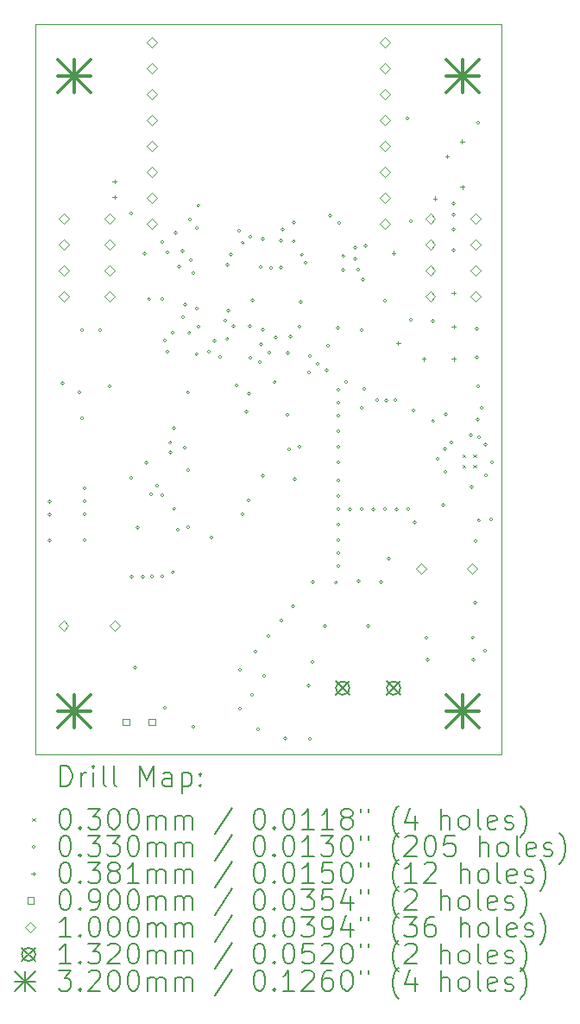
<source format=gbr>
%TF.GenerationSoftware,KiCad,Pcbnew,7.0.1*%
%TF.CreationDate,2023-06-05T22:57:53+02:00*%
%TF.ProjectId,AxisPCB-STM32F411,41786973-5043-4422-9d53-544d33324634,1*%
%TF.SameCoordinates,Original*%
%TF.FileFunction,Drillmap*%
%TF.FilePolarity,Positive*%
%FSLAX45Y45*%
G04 Gerber Fmt 4.5, Leading zero omitted, Abs format (unit mm)*
G04 Created by KiCad (PCBNEW 7.0.1) date 2023-06-05 22:57:53*
%MOMM*%
%LPD*%
G01*
G04 APERTURE LIST*
%ADD10C,0.038100*%
%ADD11C,0.200000*%
%ADD12C,0.030000*%
%ADD13C,0.033020*%
%ADD14C,0.090000*%
%ADD15C,0.100000*%
%ADD16C,0.132000*%
%ADD17C,0.320000*%
G04 APERTURE END LIST*
D10*
X11430000Y-2540000D02*
X16002000Y-2540000D01*
X16002000Y-9690100D01*
X11430000Y-9690100D01*
X11430000Y-2540000D01*
D11*
D12*
X15619300Y-6750100D02*
X15649300Y-6780100D01*
X15649300Y-6750100D02*
X15619300Y-6780100D01*
X15619300Y-6855100D02*
X15649300Y-6885100D01*
X15649300Y-6855100D02*
X15619300Y-6885100D01*
X15724300Y-6750100D02*
X15754300Y-6780100D01*
X15754300Y-6750100D02*
X15724300Y-6780100D01*
X15724300Y-6855100D02*
X15754300Y-6885100D01*
X15754300Y-6855100D02*
X15724300Y-6885100D01*
D13*
X11586210Y-7213600D02*
G75*
G03*
X11586210Y-7213600I-16510J0D01*
G01*
X11586210Y-7340600D02*
G75*
G03*
X11586210Y-7340600I-16510J0D01*
G01*
X11586210Y-7594600D02*
G75*
G03*
X11586210Y-7594600I-16510J0D01*
G01*
X11713210Y-6057900D02*
G75*
G03*
X11713210Y-6057900I-16510J0D01*
G01*
X11878310Y-6146800D02*
G75*
G03*
X11878310Y-6146800I-16510J0D01*
G01*
X11903710Y-5537200D02*
G75*
G03*
X11903710Y-5537200I-16510J0D01*
G01*
X11903710Y-6395720D02*
G75*
G03*
X11903710Y-6395720I-16510J0D01*
G01*
X11929110Y-7086600D02*
G75*
G03*
X11929110Y-7086600I-16510J0D01*
G01*
X11929110Y-7213600D02*
G75*
G03*
X11929110Y-7213600I-16510J0D01*
G01*
X11929110Y-7340600D02*
G75*
G03*
X11929110Y-7340600I-16510J0D01*
G01*
X11929110Y-7594600D02*
G75*
G03*
X11929110Y-7594600I-16510J0D01*
G01*
X12081510Y-5537200D02*
G75*
G03*
X12081510Y-5537200I-16510J0D01*
G01*
X12172950Y-6085840D02*
G75*
G03*
X12172950Y-6085840I-16510J0D01*
G01*
X12386310Y-4394200D02*
G75*
G03*
X12386310Y-4394200I-16510J0D01*
G01*
X12386310Y-6985000D02*
G75*
G03*
X12386310Y-6985000I-16510J0D01*
G01*
X12391390Y-7950200D02*
G75*
G03*
X12391390Y-7950200I-16510J0D01*
G01*
X12424410Y-8839200D02*
G75*
G03*
X12424410Y-8839200I-16510J0D01*
G01*
X12449810Y-7467600D02*
G75*
G03*
X12449810Y-7467600I-16510J0D01*
G01*
X12500610Y-7950200D02*
G75*
G03*
X12500610Y-7950200I-16510J0D01*
G01*
X12514932Y-4785073D02*
G75*
G03*
X12514932Y-4785073I-16510J0D01*
G01*
X12533510Y-6832600D02*
G75*
G03*
X12533510Y-6832600I-16510J0D01*
G01*
X12561570Y-5232400D02*
G75*
G03*
X12561570Y-5232400I-16510J0D01*
G01*
X12579350Y-7142480D02*
G75*
G03*
X12579350Y-7142480I-16510J0D01*
G01*
X12589510Y-7950200D02*
G75*
G03*
X12589510Y-7950200I-16510J0D01*
G01*
X12640310Y-7061200D02*
G75*
G03*
X12640310Y-7061200I-16510J0D01*
G01*
X12691110Y-4673600D02*
G75*
G03*
X12691110Y-4673600I-16510J0D01*
G01*
X12691110Y-5232400D02*
G75*
G03*
X12691110Y-5232400I-16510J0D01*
G01*
X12691110Y-7150100D02*
G75*
G03*
X12691110Y-7150100I-16510J0D01*
G01*
X12691110Y-7950200D02*
G75*
G03*
X12691110Y-7950200I-16510J0D01*
G01*
X12716510Y-5633720D02*
G75*
G03*
X12716510Y-5633720I-16510J0D01*
G01*
X12716510Y-9232900D02*
G75*
G03*
X12716510Y-9232900I-16510J0D01*
G01*
X12741910Y-4775200D02*
G75*
G03*
X12741910Y-4775200I-16510J0D01*
G01*
X12741910Y-5745480D02*
G75*
G03*
X12741910Y-5745480I-16510J0D01*
G01*
X12767310Y-6639560D02*
G75*
G03*
X12767310Y-6639560I-16510J0D01*
G01*
X12772390Y-6731000D02*
G75*
G03*
X12772390Y-6731000I-16510J0D01*
G01*
X12792710Y-5557520D02*
G75*
G03*
X12792710Y-5557520I-16510J0D01*
G01*
X12792710Y-7909560D02*
G75*
G03*
X12792710Y-7909560I-16510J0D01*
G01*
X12802870Y-6497320D02*
G75*
G03*
X12802870Y-6497320I-16510J0D01*
G01*
X12805410Y-7287310D02*
G75*
G03*
X12805410Y-7287310I-16510J0D01*
G01*
X12820910Y-4584700D02*
G75*
G03*
X12820910Y-4584700I-16510J0D01*
G01*
X12843510Y-7493000D02*
G75*
G03*
X12843510Y-7493000I-16510J0D01*
G01*
X12856210Y-4914900D02*
G75*
G03*
X12856210Y-4914900I-16510J0D01*
G01*
X12891135Y-4759325D02*
G75*
G03*
X12891135Y-4759325I-16510J0D01*
G01*
X12894310Y-5410200D02*
G75*
G03*
X12894310Y-5410200I-16510J0D01*
G01*
X12909550Y-6685280D02*
G75*
G03*
X12909550Y-6685280I-16510J0D01*
G01*
X12914630Y-5283200D02*
G75*
G03*
X12914630Y-5283200I-16510J0D01*
G01*
X12943970Y-6147940D02*
G75*
G03*
X12943970Y-6147940I-16510J0D01*
G01*
X12945110Y-6908800D02*
G75*
G03*
X12945110Y-6908800I-16510J0D01*
G01*
X12945110Y-7467600D02*
G75*
G03*
X12945110Y-7467600I-16510J0D01*
G01*
X12955270Y-5562600D02*
G75*
G03*
X12955270Y-5562600I-16510J0D01*
G01*
X12964160Y-4451350D02*
G75*
G03*
X12964160Y-4451350I-16510J0D01*
G01*
X12970510Y-4848910D02*
G75*
G03*
X12970510Y-4848910I-16510J0D01*
G01*
X12995910Y-4978400D02*
G75*
G03*
X12995910Y-4978400I-16510J0D01*
G01*
X12995910Y-9423400D02*
G75*
G03*
X12995910Y-9423400I-16510J0D01*
G01*
X13026390Y-5323840D02*
G75*
G03*
X13026390Y-5323840I-16510J0D01*
G01*
X13026390Y-5770880D02*
G75*
G03*
X13026390Y-5770880I-16510J0D01*
G01*
X13031470Y-4536440D02*
G75*
G03*
X13031470Y-4536440I-16510J0D01*
G01*
X13045050Y-4312920D02*
G75*
G03*
X13045050Y-4312920I-16510J0D01*
G01*
X13046710Y-5501640D02*
G75*
G03*
X13046710Y-5501640I-16510J0D01*
G01*
X13148310Y-5747970D02*
G75*
G03*
X13148310Y-5747970I-16510J0D01*
G01*
X13173710Y-7569200D02*
G75*
G03*
X13173710Y-7569200I-16510J0D01*
G01*
X13201700Y-5638800D02*
G75*
G03*
X13201700Y-5638800I-16510J0D01*
G01*
X13260070Y-5796280D02*
G75*
G03*
X13260070Y-5796280I-16510J0D01*
G01*
X13308280Y-5440680D02*
G75*
G03*
X13308280Y-5440680I-16510J0D01*
G01*
X13326110Y-5623560D02*
G75*
G03*
X13326110Y-5623560I-16510J0D01*
G01*
X13331190Y-4897120D02*
G75*
G03*
X13331190Y-4897120I-16510J0D01*
G01*
X13336270Y-5344160D02*
G75*
G03*
X13336270Y-5344160I-16510J0D01*
G01*
X13362190Y-4795520D02*
G75*
G03*
X13362190Y-4795520I-16510J0D01*
G01*
X13392150Y-5496560D02*
G75*
G03*
X13392150Y-5496560I-16510J0D01*
G01*
X13417550Y-6075680D02*
G75*
G03*
X13417550Y-6075680I-16510J0D01*
G01*
X13442950Y-4561840D02*
G75*
G03*
X13442950Y-4561840I-16510J0D01*
G01*
X13453110Y-8864600D02*
G75*
G03*
X13453110Y-8864600I-16510J0D01*
G01*
X13453110Y-9245600D02*
G75*
G03*
X13453110Y-9245600I-16510J0D01*
G01*
X13478510Y-7335520D02*
G75*
G03*
X13478510Y-7335520I-16510J0D01*
G01*
X13479030Y-4676090D02*
G75*
G03*
X13479030Y-4676090I-16510J0D01*
G01*
X13516610Y-6337300D02*
G75*
G03*
X13516610Y-6337300I-16510J0D01*
G01*
X13534390Y-7203440D02*
G75*
G03*
X13534390Y-7203440I-16510J0D01*
G01*
X13544550Y-6156960D02*
G75*
G03*
X13544550Y-6156960I-16510J0D01*
G01*
X13549630Y-5496560D02*
G75*
G03*
X13549630Y-5496560I-16510J0D01*
G01*
X13554450Y-5803640D02*
G75*
G03*
X13554450Y-5803640I-16510J0D01*
G01*
X13555230Y-4622800D02*
G75*
G03*
X13555230Y-4622800I-16510J0D01*
G01*
X13569950Y-9108440D02*
G75*
G03*
X13569950Y-9108440I-16510J0D01*
G01*
X13575030Y-5242560D02*
G75*
G03*
X13575030Y-5242560I-16510J0D01*
G01*
X13605510Y-8686800D02*
G75*
G03*
X13605510Y-8686800I-16510J0D01*
G01*
X13630910Y-9448800D02*
G75*
G03*
X13630910Y-9448800I-16510J0D01*
G01*
X13646150Y-5847080D02*
G75*
G03*
X13646150Y-5847080I-16510J0D01*
G01*
X13656830Y-4914900D02*
G75*
G03*
X13656830Y-4914900I-16510J0D01*
G01*
X13661390Y-5674360D02*
G75*
G03*
X13661390Y-5674360I-16510J0D01*
G01*
X13676630Y-4643120D02*
G75*
G03*
X13676630Y-4643120I-16510J0D01*
G01*
X13676630Y-5532120D02*
G75*
G03*
X13676630Y-5532120I-16510J0D01*
G01*
X13676630Y-6964680D02*
G75*
G03*
X13676630Y-6964680I-16510J0D01*
G01*
X13689330Y-8920480D02*
G75*
G03*
X13689330Y-8920480I-16510J0D01*
G01*
X13732510Y-8534400D02*
G75*
G03*
X13732510Y-8534400I-16510J0D01*
G01*
X13742670Y-5755640D02*
G75*
G03*
X13742670Y-5755640I-16510J0D01*
G01*
X13757910Y-4927600D02*
G75*
G03*
X13757910Y-4927600I-16510J0D01*
G01*
X13793470Y-6045200D02*
G75*
G03*
X13793470Y-6045200I-16510J0D01*
G01*
X13803630Y-5608320D02*
G75*
G03*
X13803630Y-5608320I-16510J0D01*
G01*
X13852165Y-4921972D02*
G75*
G03*
X13852165Y-4921972I-16510J0D01*
G01*
X13854430Y-4658360D02*
G75*
G03*
X13854430Y-4658360I-16510J0D01*
G01*
X13859510Y-8382000D02*
G75*
G03*
X13859510Y-8382000I-16510J0D01*
G01*
X13872730Y-4546600D02*
G75*
G03*
X13872730Y-4546600I-16510J0D01*
G01*
X13897610Y-9537700D02*
G75*
G03*
X13897610Y-9537700I-16510J0D01*
G01*
X13917930Y-6365240D02*
G75*
G03*
X13917930Y-6365240I-16510J0D01*
G01*
X13922592Y-5758598D02*
G75*
G03*
X13922592Y-5758598I-16510J0D01*
G01*
X13935710Y-6705600D02*
G75*
G03*
X13935710Y-6705600I-16510J0D01*
G01*
X13948410Y-5600700D02*
G75*
G03*
X13948410Y-5600700I-16510J0D01*
G01*
X13973810Y-8242300D02*
G75*
G03*
X13973810Y-8242300I-16510J0D01*
G01*
X13981430Y-4480560D02*
G75*
G03*
X13981430Y-4480560I-16510J0D01*
G01*
X13981430Y-4663440D02*
G75*
G03*
X13981430Y-4663440I-16510J0D01*
G01*
X13989000Y-6995160D02*
G75*
G03*
X13989000Y-6995160I-16510J0D01*
G01*
X14037310Y-6680200D02*
G75*
G03*
X14037310Y-6680200I-16510J0D01*
G01*
X14037830Y-5499100D02*
G75*
G03*
X14037830Y-5499100I-16510J0D01*
G01*
X14050010Y-5257800D02*
G75*
G03*
X14050010Y-5257800I-16510J0D01*
G01*
X14060690Y-4795520D02*
G75*
G03*
X14060690Y-4795520I-16510J0D01*
G01*
X14093190Y-4874310D02*
G75*
G03*
X14093190Y-4874310I-16510J0D01*
G01*
X14126210Y-9017000D02*
G75*
G03*
X14126210Y-9017000I-16510J0D01*
G01*
X14128750Y-5948680D02*
G75*
G03*
X14128750Y-5948680I-16510J0D01*
G01*
X14138910Y-5791200D02*
G75*
G03*
X14138910Y-5791200I-16510J0D01*
G01*
X14138910Y-9538000D02*
G75*
G03*
X14138910Y-9538000I-16510J0D01*
G01*
X14164310Y-8788400D02*
G75*
G03*
X14164310Y-8788400I-16510J0D01*
G01*
X14169390Y-8003540D02*
G75*
G03*
X14169390Y-8003540I-16510J0D01*
G01*
X14215110Y-5867400D02*
G75*
G03*
X14215110Y-5867400I-16510J0D01*
G01*
X14286230Y-8435340D02*
G75*
G03*
X14286230Y-8435340I-16510J0D01*
G01*
X14306550Y-5928360D02*
G75*
G03*
X14306550Y-5928360I-16510J0D01*
G01*
X14316710Y-5689600D02*
G75*
G03*
X14316710Y-5689600I-16510J0D01*
G01*
X14337030Y-4414520D02*
G75*
G03*
X14337030Y-4414520I-16510J0D01*
G01*
X14395450Y-8008620D02*
G75*
G03*
X14395450Y-8008620I-16510J0D01*
G01*
X14413230Y-5516880D02*
G75*
G03*
X14413230Y-5516880I-16510J0D01*
G01*
X14418310Y-6121400D02*
G75*
G03*
X14418310Y-6121400I-16510J0D01*
G01*
X14418310Y-6248400D02*
G75*
G03*
X14418310Y-6248400I-16510J0D01*
G01*
X14418310Y-6375400D02*
G75*
G03*
X14418310Y-6375400I-16510J0D01*
G01*
X14418310Y-6527800D02*
G75*
G03*
X14418310Y-6527800I-16510J0D01*
G01*
X14418310Y-6680200D02*
G75*
G03*
X14418310Y-6680200I-16510J0D01*
G01*
X14418310Y-6832600D02*
G75*
G03*
X14418310Y-6832600I-16510J0D01*
G01*
X14418310Y-7010400D02*
G75*
G03*
X14418310Y-7010400I-16510J0D01*
G01*
X14418310Y-7162800D02*
G75*
G03*
X14418310Y-7162800I-16510J0D01*
G01*
X14418310Y-7289800D02*
G75*
G03*
X14418310Y-7289800I-16510J0D01*
G01*
X14418310Y-7442200D02*
G75*
G03*
X14418310Y-7442200I-16510J0D01*
G01*
X14418310Y-7594600D02*
G75*
G03*
X14418310Y-7594600I-16510J0D01*
G01*
X14418310Y-7721600D02*
G75*
G03*
X14418310Y-7721600I-16510J0D01*
G01*
X14418310Y-7848600D02*
G75*
G03*
X14418310Y-7848600I-16510J0D01*
G01*
X14423390Y-4485640D02*
G75*
G03*
X14423390Y-4485640I-16510J0D01*
G01*
X14465220Y-4946960D02*
G75*
G03*
X14465220Y-4946960I-16510J0D01*
G01*
X14466266Y-4808270D02*
G75*
G03*
X14466266Y-4808270I-16510J0D01*
G01*
X14494510Y-6045200D02*
G75*
G03*
X14494510Y-6045200I-16510J0D01*
G01*
X14532610Y-7289800D02*
G75*
G03*
X14532610Y-7289800I-16510J0D01*
G01*
X14583410Y-4724400D02*
G75*
G03*
X14583410Y-4724400I-16510J0D01*
G01*
X14583410Y-4838700D02*
G75*
G03*
X14583410Y-4838700I-16510J0D01*
G01*
X14611350Y-4942840D02*
G75*
G03*
X14611350Y-4942840I-16510J0D01*
G01*
X14616430Y-7993380D02*
G75*
G03*
X14616430Y-7993380I-16510J0D01*
G01*
X14646910Y-5537200D02*
G75*
G03*
X14646910Y-5537200I-16510J0D01*
G01*
X14646910Y-6299200D02*
G75*
G03*
X14646910Y-6299200I-16510J0D01*
G01*
X14646910Y-7289800D02*
G75*
G03*
X14646910Y-7289800I-16510J0D01*
G01*
X14659610Y-5041900D02*
G75*
G03*
X14659610Y-5041900I-16510J0D01*
G01*
X14672310Y-6108700D02*
G75*
G03*
X14672310Y-6108700I-16510J0D01*
G01*
X14685010Y-4711700D02*
G75*
G03*
X14685010Y-4711700I-16510J0D01*
G01*
X14707870Y-8435340D02*
G75*
G03*
X14707870Y-8435340I-16510J0D01*
G01*
X14761210Y-7289800D02*
G75*
G03*
X14761210Y-7289800I-16510J0D01*
G01*
X14799310Y-6223000D02*
G75*
G03*
X14799310Y-6223000I-16510J0D01*
G01*
X14834870Y-8003540D02*
G75*
G03*
X14834870Y-8003540I-16510J0D01*
G01*
X14875510Y-5247640D02*
G75*
G03*
X14875510Y-5247640I-16510J0D01*
G01*
X14875510Y-7289800D02*
G75*
G03*
X14875510Y-7289800I-16510J0D01*
G01*
X14888210Y-6223000D02*
G75*
G03*
X14888210Y-6223000I-16510J0D01*
G01*
X14913610Y-7772400D02*
G75*
G03*
X14913610Y-7772400I-16510J0D01*
G01*
X14977110Y-6223000D02*
G75*
G03*
X14977110Y-6223000I-16510J0D01*
G01*
X14989810Y-7289800D02*
G75*
G03*
X14989810Y-7289800I-16510J0D01*
G01*
X15093950Y-3459480D02*
G75*
G03*
X15093950Y-3459480I-16510J0D01*
G01*
X15104110Y-7289800D02*
G75*
G03*
X15104110Y-7289800I-16510J0D01*
G01*
X15129510Y-4470400D02*
G75*
G03*
X15129510Y-4470400I-16510J0D01*
G01*
X15129510Y-5435600D02*
G75*
G03*
X15129510Y-5435600I-16510J0D01*
G01*
X15154910Y-6324600D02*
G75*
G03*
X15154910Y-6324600I-16510J0D01*
G01*
X15167610Y-7416800D02*
G75*
G03*
X15167610Y-7416800I-16510J0D01*
G01*
X15281910Y-8547100D02*
G75*
G03*
X15281910Y-8547100I-16510J0D01*
G01*
X15294610Y-8763000D02*
G75*
G03*
X15294610Y-8763000I-16510J0D01*
G01*
X15345410Y-5448300D02*
G75*
G03*
X15345410Y-5448300I-16510J0D01*
G01*
X15347510Y-6426440D02*
G75*
G03*
X15347510Y-6426440I-16510J0D01*
G01*
X15393430Y-6797280D02*
G75*
G03*
X15393430Y-6797280I-16510J0D01*
G01*
X15447010Y-7251700D02*
G75*
G03*
X15447010Y-7251700I-16510J0D01*
G01*
X15463542Y-6696688D02*
G75*
G03*
X15463542Y-6696688I-16510J0D01*
G01*
X15469630Y-6360400D02*
G75*
G03*
X15469630Y-6360400I-16510J0D01*
G01*
X15469630Y-6924280D02*
G75*
G03*
X15469630Y-6924280I-16510J0D01*
G01*
X15525510Y-6634720D02*
G75*
G03*
X15525510Y-6634720I-16510J0D01*
G01*
X15548610Y-4292600D02*
G75*
G03*
X15548610Y-4292600I-16510J0D01*
G01*
X15548610Y-4406900D02*
G75*
G03*
X15548610Y-4406900I-16510J0D01*
G01*
X15548610Y-4546600D02*
G75*
G03*
X15548610Y-4546600I-16510J0D01*
G01*
X15548610Y-4749800D02*
G75*
G03*
X15548610Y-4749800I-16510J0D01*
G01*
X15718550Y-6563600D02*
G75*
G03*
X15718550Y-6563600I-16510J0D01*
G01*
X15726410Y-7073900D02*
G75*
G03*
X15726410Y-7073900I-16510J0D01*
G01*
X15736570Y-8547100D02*
G75*
G03*
X15736570Y-8547100I-16510J0D01*
G01*
X15741650Y-8763000D02*
G75*
G03*
X15741650Y-8763000I-16510J0D01*
G01*
X15759430Y-8209280D02*
G75*
G03*
X15759430Y-8209280I-16510J0D01*
G01*
X15764510Y-7599680D02*
G75*
G03*
X15764510Y-7599680I-16510J0D01*
G01*
X15777210Y-5524500D02*
G75*
G03*
X15777210Y-5524500I-16510J0D01*
G01*
X15777210Y-5803900D02*
G75*
G03*
X15777210Y-5803900I-16510J0D01*
G01*
X15784830Y-6410960D02*
G75*
G03*
X15784830Y-6410960I-16510J0D01*
G01*
X15789910Y-3500120D02*
G75*
G03*
X15789910Y-3500120I-16510J0D01*
G01*
X15789910Y-6083300D02*
G75*
G03*
X15789910Y-6083300I-16510J0D01*
G01*
X15797390Y-6583160D02*
G75*
G03*
X15797390Y-6583160I-16510J0D01*
G01*
X15797602Y-7401560D02*
G75*
G03*
X15797602Y-7401560I-16510J0D01*
G01*
X15822930Y-6299200D02*
G75*
G03*
X15822930Y-6299200I-16510J0D01*
G01*
X15858490Y-8676640D02*
G75*
G03*
X15858490Y-8676640I-16510J0D01*
G01*
X15861030Y-6655040D02*
G75*
G03*
X15861030Y-6655040I-16510J0D01*
G01*
X15864890Y-6959600D02*
G75*
G03*
X15864890Y-6959600I-16510J0D01*
G01*
X15916910Y-7391400D02*
G75*
G03*
X15916910Y-7391400I-16510J0D01*
G01*
X15927070Y-6830060D02*
G75*
G03*
X15927070Y-6830060I-16510J0D01*
G01*
D10*
X12204700Y-4057650D02*
X12204700Y-4095750D01*
X12185650Y-4076700D02*
X12223750Y-4076700D01*
X12204700Y-4210050D02*
X12204700Y-4248150D01*
X12185650Y-4229100D02*
X12223750Y-4229100D01*
X14942820Y-4758690D02*
X14942820Y-4796790D01*
X14923770Y-4777740D02*
X14961870Y-4777740D01*
X14988752Y-5642398D02*
X14988752Y-5680498D01*
X14969702Y-5661448D02*
X15007802Y-5661448D01*
X15240000Y-5797550D02*
X15240000Y-5835650D01*
X15220950Y-5816600D02*
X15259050Y-5816600D01*
X15351760Y-4225290D02*
X15351760Y-4263390D01*
X15332710Y-4244340D02*
X15370810Y-4244340D01*
X15468600Y-3813810D02*
X15468600Y-3851910D01*
X15449550Y-3832860D02*
X15487650Y-3832860D01*
X15532100Y-5149850D02*
X15532100Y-5187950D01*
X15513050Y-5168900D02*
X15551150Y-5168900D01*
X15532100Y-5480050D02*
X15532100Y-5518150D01*
X15513050Y-5499100D02*
X15551150Y-5499100D01*
X15532100Y-5797550D02*
X15532100Y-5835650D01*
X15513050Y-5816600D02*
X15551150Y-5816600D01*
X15615920Y-3666490D02*
X15615920Y-3704590D01*
X15596870Y-3685540D02*
X15634970Y-3685540D01*
X15618460Y-4113530D02*
X15618460Y-4151630D01*
X15599410Y-4132580D02*
X15637510Y-4132580D01*
D14*
X12350320Y-9404420D02*
X12350320Y-9340780D01*
X12286680Y-9340780D01*
X12286680Y-9404420D01*
X12350320Y-9404420D01*
X12604320Y-9404420D02*
X12604320Y-9340780D01*
X12540680Y-9340780D01*
X12540680Y-9404420D01*
X12604320Y-9404420D01*
D15*
X11705248Y-8480260D02*
X11755248Y-8430260D01*
X11705248Y-8380260D01*
X11655248Y-8430260D01*
X11705248Y-8480260D01*
X11709400Y-4495000D02*
X11759400Y-4445000D01*
X11709400Y-4395000D01*
X11659400Y-4445000D01*
X11709400Y-4495000D01*
X11709400Y-4749000D02*
X11759400Y-4699000D01*
X11709400Y-4649000D01*
X11659400Y-4699000D01*
X11709400Y-4749000D01*
X11709400Y-5003000D02*
X11759400Y-4953000D01*
X11709400Y-4903000D01*
X11659400Y-4953000D01*
X11709400Y-5003000D01*
X11709400Y-5257000D02*
X11759400Y-5207000D01*
X11709400Y-5157000D01*
X11659400Y-5207000D01*
X11709400Y-5257000D01*
X12160000Y-4495000D02*
X12210000Y-4445000D01*
X12160000Y-4395000D01*
X12110000Y-4445000D01*
X12160000Y-4495000D01*
X12160000Y-4749000D02*
X12210000Y-4699000D01*
X12160000Y-4649000D01*
X12110000Y-4699000D01*
X12160000Y-4749000D01*
X12160000Y-5003000D02*
X12210000Y-4953000D01*
X12160000Y-4903000D01*
X12110000Y-4953000D01*
X12160000Y-5003000D01*
X12160000Y-5257000D02*
X12210000Y-5207000D01*
X12160000Y-5157000D01*
X12110000Y-5207000D01*
X12160000Y-5257000D01*
X12205248Y-8480260D02*
X12255248Y-8430260D01*
X12205248Y-8380260D01*
X12155248Y-8430260D01*
X12205248Y-8480260D01*
X12573000Y-2767800D02*
X12623000Y-2717800D01*
X12573000Y-2667800D01*
X12523000Y-2717800D01*
X12573000Y-2767800D01*
X12573000Y-3021800D02*
X12623000Y-2971800D01*
X12573000Y-2921800D01*
X12523000Y-2971800D01*
X12573000Y-3021800D01*
X12573000Y-3275800D02*
X12623000Y-3225800D01*
X12573000Y-3175800D01*
X12523000Y-3225800D01*
X12573000Y-3275800D01*
X12573000Y-3529800D02*
X12623000Y-3479800D01*
X12573000Y-3429800D01*
X12523000Y-3479800D01*
X12573000Y-3529800D01*
X12573000Y-3783800D02*
X12623000Y-3733800D01*
X12573000Y-3683800D01*
X12523000Y-3733800D01*
X12573000Y-3783800D01*
X12573000Y-4037800D02*
X12623000Y-3987800D01*
X12573000Y-3937800D01*
X12523000Y-3987800D01*
X12573000Y-4037800D01*
X12573000Y-4291800D02*
X12623000Y-4241800D01*
X12573000Y-4191800D01*
X12523000Y-4241800D01*
X12573000Y-4291800D01*
X12573000Y-4545800D02*
X12623000Y-4495800D01*
X12573000Y-4445800D01*
X12523000Y-4495800D01*
X12573000Y-4545800D01*
X14859000Y-2767800D02*
X14909000Y-2717800D01*
X14859000Y-2667800D01*
X14809000Y-2717800D01*
X14859000Y-2767800D01*
X14859000Y-3021800D02*
X14909000Y-2971800D01*
X14859000Y-2921800D01*
X14809000Y-2971800D01*
X14859000Y-3021800D01*
X14859000Y-3275800D02*
X14909000Y-3225800D01*
X14859000Y-3175800D01*
X14809000Y-3225800D01*
X14859000Y-3275800D01*
X14859000Y-3529800D02*
X14909000Y-3479800D01*
X14859000Y-3429800D01*
X14809000Y-3479800D01*
X14859000Y-3529800D01*
X14859000Y-3783800D02*
X14909000Y-3733800D01*
X14859000Y-3683800D01*
X14809000Y-3733800D01*
X14859000Y-3783800D01*
X14859000Y-4037800D02*
X14909000Y-3987800D01*
X14859000Y-3937800D01*
X14809000Y-3987800D01*
X14859000Y-4037800D01*
X14859000Y-4291800D02*
X14909000Y-4241800D01*
X14859000Y-4191800D01*
X14809000Y-4241800D01*
X14859000Y-4291800D01*
X14859000Y-4545800D02*
X14909000Y-4495800D01*
X14859000Y-4445800D01*
X14809000Y-4495800D01*
X14859000Y-4545800D01*
X15215332Y-7924000D02*
X15265332Y-7874000D01*
X15215332Y-7824000D01*
X15165332Y-7874000D01*
X15215332Y-7924000D01*
X15303500Y-4495000D02*
X15353500Y-4445000D01*
X15303500Y-4395000D01*
X15253500Y-4445000D01*
X15303500Y-4495000D01*
X15303500Y-4749000D02*
X15353500Y-4699000D01*
X15303500Y-4649000D01*
X15253500Y-4699000D01*
X15303500Y-4749000D01*
X15303500Y-5003000D02*
X15353500Y-4953000D01*
X15303500Y-4903000D01*
X15253500Y-4953000D01*
X15303500Y-5003000D01*
X15303500Y-5257000D02*
X15353500Y-5207000D01*
X15303500Y-5157000D01*
X15253500Y-5207000D01*
X15303500Y-5257000D01*
X15715332Y-7924000D02*
X15765332Y-7874000D01*
X15715332Y-7824000D01*
X15665332Y-7874000D01*
X15715332Y-7924000D01*
X15748000Y-4495000D02*
X15798000Y-4445000D01*
X15748000Y-4395000D01*
X15698000Y-4445000D01*
X15748000Y-4495000D01*
X15748000Y-4749000D02*
X15798000Y-4699000D01*
X15748000Y-4649000D01*
X15698000Y-4699000D01*
X15748000Y-4749000D01*
X15748000Y-5003000D02*
X15798000Y-4953000D01*
X15748000Y-4903000D01*
X15698000Y-4953000D01*
X15748000Y-5003000D01*
X15748000Y-5257000D02*
X15798000Y-5207000D01*
X15748000Y-5157000D01*
X15698000Y-5207000D01*
X15748000Y-5257000D01*
D16*
X14376800Y-8976400D02*
X14508800Y-9108400D01*
X14508800Y-8976400D02*
X14376800Y-9108400D01*
X14508800Y-9042400D02*
G75*
G03*
X14508800Y-9042400I-66000J0D01*
G01*
X14876800Y-8976400D02*
X15008800Y-9108400D01*
X15008800Y-8976400D02*
X14876800Y-9108400D01*
X15008800Y-9042400D02*
G75*
G03*
X15008800Y-9042400I-66000J0D01*
G01*
D17*
X11651000Y-2888000D02*
X11971000Y-3208000D01*
X11971000Y-2888000D02*
X11651000Y-3208000D01*
X11811000Y-2888000D02*
X11811000Y-3208000D01*
X11651000Y-3048000D02*
X11971000Y-3048000D01*
X11651000Y-9111000D02*
X11971000Y-9431000D01*
X11971000Y-9111000D02*
X11651000Y-9431000D01*
X11811000Y-9111000D02*
X11811000Y-9431000D01*
X11651000Y-9271000D02*
X11971000Y-9271000D01*
X15461000Y-2888000D02*
X15781000Y-3208000D01*
X15781000Y-2888000D02*
X15461000Y-3208000D01*
X15621000Y-2888000D02*
X15621000Y-3208000D01*
X15461000Y-3048000D02*
X15781000Y-3048000D01*
X15461000Y-9111000D02*
X15781000Y-9431000D01*
X15781000Y-9111000D02*
X15461000Y-9431000D01*
X15621000Y-9111000D02*
X15621000Y-9431000D01*
X15461000Y-9271000D02*
X15781000Y-9271000D01*
D11*
X11675714Y-10004529D02*
X11675714Y-9804529D01*
X11675714Y-9804529D02*
X11723333Y-9804529D01*
X11723333Y-9804529D02*
X11751904Y-9814053D01*
X11751904Y-9814053D02*
X11770952Y-9833100D01*
X11770952Y-9833100D02*
X11780476Y-9852148D01*
X11780476Y-9852148D02*
X11790000Y-9890243D01*
X11790000Y-9890243D02*
X11790000Y-9918815D01*
X11790000Y-9918815D02*
X11780476Y-9956910D01*
X11780476Y-9956910D02*
X11770952Y-9975957D01*
X11770952Y-9975957D02*
X11751904Y-9995005D01*
X11751904Y-9995005D02*
X11723333Y-10004529D01*
X11723333Y-10004529D02*
X11675714Y-10004529D01*
X11875714Y-10004529D02*
X11875714Y-9871195D01*
X11875714Y-9909291D02*
X11885238Y-9890243D01*
X11885238Y-9890243D02*
X11894762Y-9880719D01*
X11894762Y-9880719D02*
X11913809Y-9871195D01*
X11913809Y-9871195D02*
X11932857Y-9871195D01*
X11999523Y-10004529D02*
X11999523Y-9871195D01*
X11999523Y-9804529D02*
X11990000Y-9814053D01*
X11990000Y-9814053D02*
X11999523Y-9823576D01*
X11999523Y-9823576D02*
X12009047Y-9814053D01*
X12009047Y-9814053D02*
X11999523Y-9804529D01*
X11999523Y-9804529D02*
X11999523Y-9823576D01*
X12123333Y-10004529D02*
X12104285Y-9995005D01*
X12104285Y-9995005D02*
X12094762Y-9975957D01*
X12094762Y-9975957D02*
X12094762Y-9804529D01*
X12228095Y-10004529D02*
X12209047Y-9995005D01*
X12209047Y-9995005D02*
X12199523Y-9975957D01*
X12199523Y-9975957D02*
X12199523Y-9804529D01*
X12456666Y-10004529D02*
X12456666Y-9804529D01*
X12456666Y-9804529D02*
X12523333Y-9947386D01*
X12523333Y-9947386D02*
X12590000Y-9804529D01*
X12590000Y-9804529D02*
X12590000Y-10004529D01*
X12770952Y-10004529D02*
X12770952Y-9899767D01*
X12770952Y-9899767D02*
X12761428Y-9880719D01*
X12761428Y-9880719D02*
X12742381Y-9871195D01*
X12742381Y-9871195D02*
X12704285Y-9871195D01*
X12704285Y-9871195D02*
X12685238Y-9880719D01*
X12770952Y-9995005D02*
X12751904Y-10004529D01*
X12751904Y-10004529D02*
X12704285Y-10004529D01*
X12704285Y-10004529D02*
X12685238Y-9995005D01*
X12685238Y-9995005D02*
X12675714Y-9975957D01*
X12675714Y-9975957D02*
X12675714Y-9956910D01*
X12675714Y-9956910D02*
X12685238Y-9937862D01*
X12685238Y-9937862D02*
X12704285Y-9928338D01*
X12704285Y-9928338D02*
X12751904Y-9928338D01*
X12751904Y-9928338D02*
X12770952Y-9918815D01*
X12866190Y-9871195D02*
X12866190Y-10071195D01*
X12866190Y-9880719D02*
X12885238Y-9871195D01*
X12885238Y-9871195D02*
X12923333Y-9871195D01*
X12923333Y-9871195D02*
X12942381Y-9880719D01*
X12942381Y-9880719D02*
X12951904Y-9890243D01*
X12951904Y-9890243D02*
X12961428Y-9909291D01*
X12961428Y-9909291D02*
X12961428Y-9966434D01*
X12961428Y-9966434D02*
X12951904Y-9985481D01*
X12951904Y-9985481D02*
X12942381Y-9995005D01*
X12942381Y-9995005D02*
X12923333Y-10004529D01*
X12923333Y-10004529D02*
X12885238Y-10004529D01*
X12885238Y-10004529D02*
X12866190Y-9995005D01*
X13047143Y-9985481D02*
X13056666Y-9995005D01*
X13056666Y-9995005D02*
X13047143Y-10004529D01*
X13047143Y-10004529D02*
X13037619Y-9995005D01*
X13037619Y-9995005D02*
X13047143Y-9985481D01*
X13047143Y-9985481D02*
X13047143Y-10004529D01*
X13047143Y-9880719D02*
X13056666Y-9890243D01*
X13056666Y-9890243D02*
X13047143Y-9899767D01*
X13047143Y-9899767D02*
X13037619Y-9890243D01*
X13037619Y-9890243D02*
X13047143Y-9880719D01*
X13047143Y-9880719D02*
X13047143Y-9899767D01*
D12*
X11398095Y-10317005D02*
X11428095Y-10347005D01*
X11428095Y-10317005D02*
X11398095Y-10347005D01*
D11*
X11713809Y-10224529D02*
X11732857Y-10224529D01*
X11732857Y-10224529D02*
X11751904Y-10234053D01*
X11751904Y-10234053D02*
X11761428Y-10243576D01*
X11761428Y-10243576D02*
X11770952Y-10262624D01*
X11770952Y-10262624D02*
X11780476Y-10300719D01*
X11780476Y-10300719D02*
X11780476Y-10348338D01*
X11780476Y-10348338D02*
X11770952Y-10386434D01*
X11770952Y-10386434D02*
X11761428Y-10405481D01*
X11761428Y-10405481D02*
X11751904Y-10415005D01*
X11751904Y-10415005D02*
X11732857Y-10424529D01*
X11732857Y-10424529D02*
X11713809Y-10424529D01*
X11713809Y-10424529D02*
X11694762Y-10415005D01*
X11694762Y-10415005D02*
X11685238Y-10405481D01*
X11685238Y-10405481D02*
X11675714Y-10386434D01*
X11675714Y-10386434D02*
X11666190Y-10348338D01*
X11666190Y-10348338D02*
X11666190Y-10300719D01*
X11666190Y-10300719D02*
X11675714Y-10262624D01*
X11675714Y-10262624D02*
X11685238Y-10243576D01*
X11685238Y-10243576D02*
X11694762Y-10234053D01*
X11694762Y-10234053D02*
X11713809Y-10224529D01*
X11866190Y-10405481D02*
X11875714Y-10415005D01*
X11875714Y-10415005D02*
X11866190Y-10424529D01*
X11866190Y-10424529D02*
X11856666Y-10415005D01*
X11856666Y-10415005D02*
X11866190Y-10405481D01*
X11866190Y-10405481D02*
X11866190Y-10424529D01*
X11942381Y-10224529D02*
X12066190Y-10224529D01*
X12066190Y-10224529D02*
X11999523Y-10300719D01*
X11999523Y-10300719D02*
X12028095Y-10300719D01*
X12028095Y-10300719D02*
X12047143Y-10310243D01*
X12047143Y-10310243D02*
X12056666Y-10319767D01*
X12056666Y-10319767D02*
X12066190Y-10338815D01*
X12066190Y-10338815D02*
X12066190Y-10386434D01*
X12066190Y-10386434D02*
X12056666Y-10405481D01*
X12056666Y-10405481D02*
X12047143Y-10415005D01*
X12047143Y-10415005D02*
X12028095Y-10424529D01*
X12028095Y-10424529D02*
X11970952Y-10424529D01*
X11970952Y-10424529D02*
X11951904Y-10415005D01*
X11951904Y-10415005D02*
X11942381Y-10405481D01*
X12190000Y-10224529D02*
X12209047Y-10224529D01*
X12209047Y-10224529D02*
X12228095Y-10234053D01*
X12228095Y-10234053D02*
X12237619Y-10243576D01*
X12237619Y-10243576D02*
X12247143Y-10262624D01*
X12247143Y-10262624D02*
X12256666Y-10300719D01*
X12256666Y-10300719D02*
X12256666Y-10348338D01*
X12256666Y-10348338D02*
X12247143Y-10386434D01*
X12247143Y-10386434D02*
X12237619Y-10405481D01*
X12237619Y-10405481D02*
X12228095Y-10415005D01*
X12228095Y-10415005D02*
X12209047Y-10424529D01*
X12209047Y-10424529D02*
X12190000Y-10424529D01*
X12190000Y-10424529D02*
X12170952Y-10415005D01*
X12170952Y-10415005D02*
X12161428Y-10405481D01*
X12161428Y-10405481D02*
X12151904Y-10386434D01*
X12151904Y-10386434D02*
X12142381Y-10348338D01*
X12142381Y-10348338D02*
X12142381Y-10300719D01*
X12142381Y-10300719D02*
X12151904Y-10262624D01*
X12151904Y-10262624D02*
X12161428Y-10243576D01*
X12161428Y-10243576D02*
X12170952Y-10234053D01*
X12170952Y-10234053D02*
X12190000Y-10224529D01*
X12380476Y-10224529D02*
X12399524Y-10224529D01*
X12399524Y-10224529D02*
X12418571Y-10234053D01*
X12418571Y-10234053D02*
X12428095Y-10243576D01*
X12428095Y-10243576D02*
X12437619Y-10262624D01*
X12437619Y-10262624D02*
X12447143Y-10300719D01*
X12447143Y-10300719D02*
X12447143Y-10348338D01*
X12447143Y-10348338D02*
X12437619Y-10386434D01*
X12437619Y-10386434D02*
X12428095Y-10405481D01*
X12428095Y-10405481D02*
X12418571Y-10415005D01*
X12418571Y-10415005D02*
X12399524Y-10424529D01*
X12399524Y-10424529D02*
X12380476Y-10424529D01*
X12380476Y-10424529D02*
X12361428Y-10415005D01*
X12361428Y-10415005D02*
X12351904Y-10405481D01*
X12351904Y-10405481D02*
X12342381Y-10386434D01*
X12342381Y-10386434D02*
X12332857Y-10348338D01*
X12332857Y-10348338D02*
X12332857Y-10300719D01*
X12332857Y-10300719D02*
X12342381Y-10262624D01*
X12342381Y-10262624D02*
X12351904Y-10243576D01*
X12351904Y-10243576D02*
X12361428Y-10234053D01*
X12361428Y-10234053D02*
X12380476Y-10224529D01*
X12532857Y-10424529D02*
X12532857Y-10291195D01*
X12532857Y-10310243D02*
X12542381Y-10300719D01*
X12542381Y-10300719D02*
X12561428Y-10291195D01*
X12561428Y-10291195D02*
X12590000Y-10291195D01*
X12590000Y-10291195D02*
X12609047Y-10300719D01*
X12609047Y-10300719D02*
X12618571Y-10319767D01*
X12618571Y-10319767D02*
X12618571Y-10424529D01*
X12618571Y-10319767D02*
X12628095Y-10300719D01*
X12628095Y-10300719D02*
X12647143Y-10291195D01*
X12647143Y-10291195D02*
X12675714Y-10291195D01*
X12675714Y-10291195D02*
X12694762Y-10300719D01*
X12694762Y-10300719D02*
X12704285Y-10319767D01*
X12704285Y-10319767D02*
X12704285Y-10424529D01*
X12799524Y-10424529D02*
X12799524Y-10291195D01*
X12799524Y-10310243D02*
X12809047Y-10300719D01*
X12809047Y-10300719D02*
X12828095Y-10291195D01*
X12828095Y-10291195D02*
X12856666Y-10291195D01*
X12856666Y-10291195D02*
X12875714Y-10300719D01*
X12875714Y-10300719D02*
X12885238Y-10319767D01*
X12885238Y-10319767D02*
X12885238Y-10424529D01*
X12885238Y-10319767D02*
X12894762Y-10300719D01*
X12894762Y-10300719D02*
X12913809Y-10291195D01*
X12913809Y-10291195D02*
X12942381Y-10291195D01*
X12942381Y-10291195D02*
X12961428Y-10300719D01*
X12961428Y-10300719D02*
X12970952Y-10319767D01*
X12970952Y-10319767D02*
X12970952Y-10424529D01*
X13361428Y-10215005D02*
X13190000Y-10472148D01*
X13618571Y-10224529D02*
X13637619Y-10224529D01*
X13637619Y-10224529D02*
X13656667Y-10234053D01*
X13656667Y-10234053D02*
X13666190Y-10243576D01*
X13666190Y-10243576D02*
X13675714Y-10262624D01*
X13675714Y-10262624D02*
X13685238Y-10300719D01*
X13685238Y-10300719D02*
X13685238Y-10348338D01*
X13685238Y-10348338D02*
X13675714Y-10386434D01*
X13675714Y-10386434D02*
X13666190Y-10405481D01*
X13666190Y-10405481D02*
X13656667Y-10415005D01*
X13656667Y-10415005D02*
X13637619Y-10424529D01*
X13637619Y-10424529D02*
X13618571Y-10424529D01*
X13618571Y-10424529D02*
X13599524Y-10415005D01*
X13599524Y-10415005D02*
X13590000Y-10405481D01*
X13590000Y-10405481D02*
X13580476Y-10386434D01*
X13580476Y-10386434D02*
X13570952Y-10348338D01*
X13570952Y-10348338D02*
X13570952Y-10300719D01*
X13570952Y-10300719D02*
X13580476Y-10262624D01*
X13580476Y-10262624D02*
X13590000Y-10243576D01*
X13590000Y-10243576D02*
X13599524Y-10234053D01*
X13599524Y-10234053D02*
X13618571Y-10224529D01*
X13770952Y-10405481D02*
X13780476Y-10415005D01*
X13780476Y-10415005D02*
X13770952Y-10424529D01*
X13770952Y-10424529D02*
X13761428Y-10415005D01*
X13761428Y-10415005D02*
X13770952Y-10405481D01*
X13770952Y-10405481D02*
X13770952Y-10424529D01*
X13904286Y-10224529D02*
X13923333Y-10224529D01*
X13923333Y-10224529D02*
X13942381Y-10234053D01*
X13942381Y-10234053D02*
X13951905Y-10243576D01*
X13951905Y-10243576D02*
X13961428Y-10262624D01*
X13961428Y-10262624D02*
X13970952Y-10300719D01*
X13970952Y-10300719D02*
X13970952Y-10348338D01*
X13970952Y-10348338D02*
X13961428Y-10386434D01*
X13961428Y-10386434D02*
X13951905Y-10405481D01*
X13951905Y-10405481D02*
X13942381Y-10415005D01*
X13942381Y-10415005D02*
X13923333Y-10424529D01*
X13923333Y-10424529D02*
X13904286Y-10424529D01*
X13904286Y-10424529D02*
X13885238Y-10415005D01*
X13885238Y-10415005D02*
X13875714Y-10405481D01*
X13875714Y-10405481D02*
X13866190Y-10386434D01*
X13866190Y-10386434D02*
X13856667Y-10348338D01*
X13856667Y-10348338D02*
X13856667Y-10300719D01*
X13856667Y-10300719D02*
X13866190Y-10262624D01*
X13866190Y-10262624D02*
X13875714Y-10243576D01*
X13875714Y-10243576D02*
X13885238Y-10234053D01*
X13885238Y-10234053D02*
X13904286Y-10224529D01*
X14161428Y-10424529D02*
X14047143Y-10424529D01*
X14104286Y-10424529D02*
X14104286Y-10224529D01*
X14104286Y-10224529D02*
X14085238Y-10253100D01*
X14085238Y-10253100D02*
X14066190Y-10272148D01*
X14066190Y-10272148D02*
X14047143Y-10281672D01*
X14351905Y-10424529D02*
X14237619Y-10424529D01*
X14294762Y-10424529D02*
X14294762Y-10224529D01*
X14294762Y-10224529D02*
X14275714Y-10253100D01*
X14275714Y-10253100D02*
X14256667Y-10272148D01*
X14256667Y-10272148D02*
X14237619Y-10281672D01*
X14466190Y-10310243D02*
X14447143Y-10300719D01*
X14447143Y-10300719D02*
X14437619Y-10291195D01*
X14437619Y-10291195D02*
X14428095Y-10272148D01*
X14428095Y-10272148D02*
X14428095Y-10262624D01*
X14428095Y-10262624D02*
X14437619Y-10243576D01*
X14437619Y-10243576D02*
X14447143Y-10234053D01*
X14447143Y-10234053D02*
X14466190Y-10224529D01*
X14466190Y-10224529D02*
X14504286Y-10224529D01*
X14504286Y-10224529D02*
X14523333Y-10234053D01*
X14523333Y-10234053D02*
X14532857Y-10243576D01*
X14532857Y-10243576D02*
X14542381Y-10262624D01*
X14542381Y-10262624D02*
X14542381Y-10272148D01*
X14542381Y-10272148D02*
X14532857Y-10291195D01*
X14532857Y-10291195D02*
X14523333Y-10300719D01*
X14523333Y-10300719D02*
X14504286Y-10310243D01*
X14504286Y-10310243D02*
X14466190Y-10310243D01*
X14466190Y-10310243D02*
X14447143Y-10319767D01*
X14447143Y-10319767D02*
X14437619Y-10329291D01*
X14437619Y-10329291D02*
X14428095Y-10348338D01*
X14428095Y-10348338D02*
X14428095Y-10386434D01*
X14428095Y-10386434D02*
X14437619Y-10405481D01*
X14437619Y-10405481D02*
X14447143Y-10415005D01*
X14447143Y-10415005D02*
X14466190Y-10424529D01*
X14466190Y-10424529D02*
X14504286Y-10424529D01*
X14504286Y-10424529D02*
X14523333Y-10415005D01*
X14523333Y-10415005D02*
X14532857Y-10405481D01*
X14532857Y-10405481D02*
X14542381Y-10386434D01*
X14542381Y-10386434D02*
X14542381Y-10348338D01*
X14542381Y-10348338D02*
X14532857Y-10329291D01*
X14532857Y-10329291D02*
X14523333Y-10319767D01*
X14523333Y-10319767D02*
X14504286Y-10310243D01*
X14618571Y-10224529D02*
X14618571Y-10262624D01*
X14694762Y-10224529D02*
X14694762Y-10262624D01*
X14990000Y-10500719D02*
X14980476Y-10491195D01*
X14980476Y-10491195D02*
X14961429Y-10462624D01*
X14961429Y-10462624D02*
X14951905Y-10443576D01*
X14951905Y-10443576D02*
X14942381Y-10415005D01*
X14942381Y-10415005D02*
X14932857Y-10367386D01*
X14932857Y-10367386D02*
X14932857Y-10329291D01*
X14932857Y-10329291D02*
X14942381Y-10281672D01*
X14942381Y-10281672D02*
X14951905Y-10253100D01*
X14951905Y-10253100D02*
X14961429Y-10234053D01*
X14961429Y-10234053D02*
X14980476Y-10205481D01*
X14980476Y-10205481D02*
X14990000Y-10195957D01*
X15151905Y-10291195D02*
X15151905Y-10424529D01*
X15104286Y-10215005D02*
X15056667Y-10357862D01*
X15056667Y-10357862D02*
X15180476Y-10357862D01*
X15409048Y-10424529D02*
X15409048Y-10224529D01*
X15494762Y-10424529D02*
X15494762Y-10319767D01*
X15494762Y-10319767D02*
X15485238Y-10300719D01*
X15485238Y-10300719D02*
X15466191Y-10291195D01*
X15466191Y-10291195D02*
X15437619Y-10291195D01*
X15437619Y-10291195D02*
X15418571Y-10300719D01*
X15418571Y-10300719D02*
X15409048Y-10310243D01*
X15618571Y-10424529D02*
X15599524Y-10415005D01*
X15599524Y-10415005D02*
X15590000Y-10405481D01*
X15590000Y-10405481D02*
X15580476Y-10386434D01*
X15580476Y-10386434D02*
X15580476Y-10329291D01*
X15580476Y-10329291D02*
X15590000Y-10310243D01*
X15590000Y-10310243D02*
X15599524Y-10300719D01*
X15599524Y-10300719D02*
X15618571Y-10291195D01*
X15618571Y-10291195D02*
X15647143Y-10291195D01*
X15647143Y-10291195D02*
X15666191Y-10300719D01*
X15666191Y-10300719D02*
X15675714Y-10310243D01*
X15675714Y-10310243D02*
X15685238Y-10329291D01*
X15685238Y-10329291D02*
X15685238Y-10386434D01*
X15685238Y-10386434D02*
X15675714Y-10405481D01*
X15675714Y-10405481D02*
X15666191Y-10415005D01*
X15666191Y-10415005D02*
X15647143Y-10424529D01*
X15647143Y-10424529D02*
X15618571Y-10424529D01*
X15799524Y-10424529D02*
X15780476Y-10415005D01*
X15780476Y-10415005D02*
X15770952Y-10395957D01*
X15770952Y-10395957D02*
X15770952Y-10224529D01*
X15951905Y-10415005D02*
X15932857Y-10424529D01*
X15932857Y-10424529D02*
X15894762Y-10424529D01*
X15894762Y-10424529D02*
X15875714Y-10415005D01*
X15875714Y-10415005D02*
X15866191Y-10395957D01*
X15866191Y-10395957D02*
X15866191Y-10319767D01*
X15866191Y-10319767D02*
X15875714Y-10300719D01*
X15875714Y-10300719D02*
X15894762Y-10291195D01*
X15894762Y-10291195D02*
X15932857Y-10291195D01*
X15932857Y-10291195D02*
X15951905Y-10300719D01*
X15951905Y-10300719D02*
X15961429Y-10319767D01*
X15961429Y-10319767D02*
X15961429Y-10338815D01*
X15961429Y-10338815D02*
X15866191Y-10357862D01*
X16037619Y-10415005D02*
X16056667Y-10424529D01*
X16056667Y-10424529D02*
X16094762Y-10424529D01*
X16094762Y-10424529D02*
X16113810Y-10415005D01*
X16113810Y-10415005D02*
X16123333Y-10395957D01*
X16123333Y-10395957D02*
X16123333Y-10386434D01*
X16123333Y-10386434D02*
X16113810Y-10367386D01*
X16113810Y-10367386D02*
X16094762Y-10357862D01*
X16094762Y-10357862D02*
X16066191Y-10357862D01*
X16066191Y-10357862D02*
X16047143Y-10348338D01*
X16047143Y-10348338D02*
X16037619Y-10329291D01*
X16037619Y-10329291D02*
X16037619Y-10319767D01*
X16037619Y-10319767D02*
X16047143Y-10300719D01*
X16047143Y-10300719D02*
X16066191Y-10291195D01*
X16066191Y-10291195D02*
X16094762Y-10291195D01*
X16094762Y-10291195D02*
X16113810Y-10300719D01*
X16190000Y-10500719D02*
X16199524Y-10491195D01*
X16199524Y-10491195D02*
X16218572Y-10462624D01*
X16218572Y-10462624D02*
X16228095Y-10443576D01*
X16228095Y-10443576D02*
X16237619Y-10415005D01*
X16237619Y-10415005D02*
X16247143Y-10367386D01*
X16247143Y-10367386D02*
X16247143Y-10329291D01*
X16247143Y-10329291D02*
X16237619Y-10281672D01*
X16237619Y-10281672D02*
X16228095Y-10253100D01*
X16228095Y-10253100D02*
X16218572Y-10234053D01*
X16218572Y-10234053D02*
X16199524Y-10205481D01*
X16199524Y-10205481D02*
X16190000Y-10195957D01*
D13*
X11428095Y-10596005D02*
G75*
G03*
X11428095Y-10596005I-16510J0D01*
G01*
D11*
X11713809Y-10488529D02*
X11732857Y-10488529D01*
X11732857Y-10488529D02*
X11751904Y-10498053D01*
X11751904Y-10498053D02*
X11761428Y-10507576D01*
X11761428Y-10507576D02*
X11770952Y-10526624D01*
X11770952Y-10526624D02*
X11780476Y-10564719D01*
X11780476Y-10564719D02*
X11780476Y-10612338D01*
X11780476Y-10612338D02*
X11770952Y-10650434D01*
X11770952Y-10650434D02*
X11761428Y-10669481D01*
X11761428Y-10669481D02*
X11751904Y-10679005D01*
X11751904Y-10679005D02*
X11732857Y-10688529D01*
X11732857Y-10688529D02*
X11713809Y-10688529D01*
X11713809Y-10688529D02*
X11694762Y-10679005D01*
X11694762Y-10679005D02*
X11685238Y-10669481D01*
X11685238Y-10669481D02*
X11675714Y-10650434D01*
X11675714Y-10650434D02*
X11666190Y-10612338D01*
X11666190Y-10612338D02*
X11666190Y-10564719D01*
X11666190Y-10564719D02*
X11675714Y-10526624D01*
X11675714Y-10526624D02*
X11685238Y-10507576D01*
X11685238Y-10507576D02*
X11694762Y-10498053D01*
X11694762Y-10498053D02*
X11713809Y-10488529D01*
X11866190Y-10669481D02*
X11875714Y-10679005D01*
X11875714Y-10679005D02*
X11866190Y-10688529D01*
X11866190Y-10688529D02*
X11856666Y-10679005D01*
X11856666Y-10679005D02*
X11866190Y-10669481D01*
X11866190Y-10669481D02*
X11866190Y-10688529D01*
X11942381Y-10488529D02*
X12066190Y-10488529D01*
X12066190Y-10488529D02*
X11999523Y-10564719D01*
X11999523Y-10564719D02*
X12028095Y-10564719D01*
X12028095Y-10564719D02*
X12047143Y-10574243D01*
X12047143Y-10574243D02*
X12056666Y-10583767D01*
X12056666Y-10583767D02*
X12066190Y-10602815D01*
X12066190Y-10602815D02*
X12066190Y-10650434D01*
X12066190Y-10650434D02*
X12056666Y-10669481D01*
X12056666Y-10669481D02*
X12047143Y-10679005D01*
X12047143Y-10679005D02*
X12028095Y-10688529D01*
X12028095Y-10688529D02*
X11970952Y-10688529D01*
X11970952Y-10688529D02*
X11951904Y-10679005D01*
X11951904Y-10679005D02*
X11942381Y-10669481D01*
X12132857Y-10488529D02*
X12256666Y-10488529D01*
X12256666Y-10488529D02*
X12190000Y-10564719D01*
X12190000Y-10564719D02*
X12218571Y-10564719D01*
X12218571Y-10564719D02*
X12237619Y-10574243D01*
X12237619Y-10574243D02*
X12247143Y-10583767D01*
X12247143Y-10583767D02*
X12256666Y-10602815D01*
X12256666Y-10602815D02*
X12256666Y-10650434D01*
X12256666Y-10650434D02*
X12247143Y-10669481D01*
X12247143Y-10669481D02*
X12237619Y-10679005D01*
X12237619Y-10679005D02*
X12218571Y-10688529D01*
X12218571Y-10688529D02*
X12161428Y-10688529D01*
X12161428Y-10688529D02*
X12142381Y-10679005D01*
X12142381Y-10679005D02*
X12132857Y-10669481D01*
X12380476Y-10488529D02*
X12399524Y-10488529D01*
X12399524Y-10488529D02*
X12418571Y-10498053D01*
X12418571Y-10498053D02*
X12428095Y-10507576D01*
X12428095Y-10507576D02*
X12437619Y-10526624D01*
X12437619Y-10526624D02*
X12447143Y-10564719D01*
X12447143Y-10564719D02*
X12447143Y-10612338D01*
X12447143Y-10612338D02*
X12437619Y-10650434D01*
X12437619Y-10650434D02*
X12428095Y-10669481D01*
X12428095Y-10669481D02*
X12418571Y-10679005D01*
X12418571Y-10679005D02*
X12399524Y-10688529D01*
X12399524Y-10688529D02*
X12380476Y-10688529D01*
X12380476Y-10688529D02*
X12361428Y-10679005D01*
X12361428Y-10679005D02*
X12351904Y-10669481D01*
X12351904Y-10669481D02*
X12342381Y-10650434D01*
X12342381Y-10650434D02*
X12332857Y-10612338D01*
X12332857Y-10612338D02*
X12332857Y-10564719D01*
X12332857Y-10564719D02*
X12342381Y-10526624D01*
X12342381Y-10526624D02*
X12351904Y-10507576D01*
X12351904Y-10507576D02*
X12361428Y-10498053D01*
X12361428Y-10498053D02*
X12380476Y-10488529D01*
X12532857Y-10688529D02*
X12532857Y-10555195D01*
X12532857Y-10574243D02*
X12542381Y-10564719D01*
X12542381Y-10564719D02*
X12561428Y-10555195D01*
X12561428Y-10555195D02*
X12590000Y-10555195D01*
X12590000Y-10555195D02*
X12609047Y-10564719D01*
X12609047Y-10564719D02*
X12618571Y-10583767D01*
X12618571Y-10583767D02*
X12618571Y-10688529D01*
X12618571Y-10583767D02*
X12628095Y-10564719D01*
X12628095Y-10564719D02*
X12647143Y-10555195D01*
X12647143Y-10555195D02*
X12675714Y-10555195D01*
X12675714Y-10555195D02*
X12694762Y-10564719D01*
X12694762Y-10564719D02*
X12704285Y-10583767D01*
X12704285Y-10583767D02*
X12704285Y-10688529D01*
X12799524Y-10688529D02*
X12799524Y-10555195D01*
X12799524Y-10574243D02*
X12809047Y-10564719D01*
X12809047Y-10564719D02*
X12828095Y-10555195D01*
X12828095Y-10555195D02*
X12856666Y-10555195D01*
X12856666Y-10555195D02*
X12875714Y-10564719D01*
X12875714Y-10564719D02*
X12885238Y-10583767D01*
X12885238Y-10583767D02*
X12885238Y-10688529D01*
X12885238Y-10583767D02*
X12894762Y-10564719D01*
X12894762Y-10564719D02*
X12913809Y-10555195D01*
X12913809Y-10555195D02*
X12942381Y-10555195D01*
X12942381Y-10555195D02*
X12961428Y-10564719D01*
X12961428Y-10564719D02*
X12970952Y-10583767D01*
X12970952Y-10583767D02*
X12970952Y-10688529D01*
X13361428Y-10479005D02*
X13190000Y-10736148D01*
X13618571Y-10488529D02*
X13637619Y-10488529D01*
X13637619Y-10488529D02*
X13656667Y-10498053D01*
X13656667Y-10498053D02*
X13666190Y-10507576D01*
X13666190Y-10507576D02*
X13675714Y-10526624D01*
X13675714Y-10526624D02*
X13685238Y-10564719D01*
X13685238Y-10564719D02*
X13685238Y-10612338D01*
X13685238Y-10612338D02*
X13675714Y-10650434D01*
X13675714Y-10650434D02*
X13666190Y-10669481D01*
X13666190Y-10669481D02*
X13656667Y-10679005D01*
X13656667Y-10679005D02*
X13637619Y-10688529D01*
X13637619Y-10688529D02*
X13618571Y-10688529D01*
X13618571Y-10688529D02*
X13599524Y-10679005D01*
X13599524Y-10679005D02*
X13590000Y-10669481D01*
X13590000Y-10669481D02*
X13580476Y-10650434D01*
X13580476Y-10650434D02*
X13570952Y-10612338D01*
X13570952Y-10612338D02*
X13570952Y-10564719D01*
X13570952Y-10564719D02*
X13580476Y-10526624D01*
X13580476Y-10526624D02*
X13590000Y-10507576D01*
X13590000Y-10507576D02*
X13599524Y-10498053D01*
X13599524Y-10498053D02*
X13618571Y-10488529D01*
X13770952Y-10669481D02*
X13780476Y-10679005D01*
X13780476Y-10679005D02*
X13770952Y-10688529D01*
X13770952Y-10688529D02*
X13761428Y-10679005D01*
X13761428Y-10679005D02*
X13770952Y-10669481D01*
X13770952Y-10669481D02*
X13770952Y-10688529D01*
X13904286Y-10488529D02*
X13923333Y-10488529D01*
X13923333Y-10488529D02*
X13942381Y-10498053D01*
X13942381Y-10498053D02*
X13951905Y-10507576D01*
X13951905Y-10507576D02*
X13961428Y-10526624D01*
X13961428Y-10526624D02*
X13970952Y-10564719D01*
X13970952Y-10564719D02*
X13970952Y-10612338D01*
X13970952Y-10612338D02*
X13961428Y-10650434D01*
X13961428Y-10650434D02*
X13951905Y-10669481D01*
X13951905Y-10669481D02*
X13942381Y-10679005D01*
X13942381Y-10679005D02*
X13923333Y-10688529D01*
X13923333Y-10688529D02*
X13904286Y-10688529D01*
X13904286Y-10688529D02*
X13885238Y-10679005D01*
X13885238Y-10679005D02*
X13875714Y-10669481D01*
X13875714Y-10669481D02*
X13866190Y-10650434D01*
X13866190Y-10650434D02*
X13856667Y-10612338D01*
X13856667Y-10612338D02*
X13856667Y-10564719D01*
X13856667Y-10564719D02*
X13866190Y-10526624D01*
X13866190Y-10526624D02*
X13875714Y-10507576D01*
X13875714Y-10507576D02*
X13885238Y-10498053D01*
X13885238Y-10498053D02*
X13904286Y-10488529D01*
X14161428Y-10688529D02*
X14047143Y-10688529D01*
X14104286Y-10688529D02*
X14104286Y-10488529D01*
X14104286Y-10488529D02*
X14085238Y-10517100D01*
X14085238Y-10517100D02*
X14066190Y-10536148D01*
X14066190Y-10536148D02*
X14047143Y-10545672D01*
X14228095Y-10488529D02*
X14351905Y-10488529D01*
X14351905Y-10488529D02*
X14285238Y-10564719D01*
X14285238Y-10564719D02*
X14313809Y-10564719D01*
X14313809Y-10564719D02*
X14332857Y-10574243D01*
X14332857Y-10574243D02*
X14342381Y-10583767D01*
X14342381Y-10583767D02*
X14351905Y-10602815D01*
X14351905Y-10602815D02*
X14351905Y-10650434D01*
X14351905Y-10650434D02*
X14342381Y-10669481D01*
X14342381Y-10669481D02*
X14332857Y-10679005D01*
X14332857Y-10679005D02*
X14313809Y-10688529D01*
X14313809Y-10688529D02*
X14256667Y-10688529D01*
X14256667Y-10688529D02*
X14237619Y-10679005D01*
X14237619Y-10679005D02*
X14228095Y-10669481D01*
X14475714Y-10488529D02*
X14494762Y-10488529D01*
X14494762Y-10488529D02*
X14513809Y-10498053D01*
X14513809Y-10498053D02*
X14523333Y-10507576D01*
X14523333Y-10507576D02*
X14532857Y-10526624D01*
X14532857Y-10526624D02*
X14542381Y-10564719D01*
X14542381Y-10564719D02*
X14542381Y-10612338D01*
X14542381Y-10612338D02*
X14532857Y-10650434D01*
X14532857Y-10650434D02*
X14523333Y-10669481D01*
X14523333Y-10669481D02*
X14513809Y-10679005D01*
X14513809Y-10679005D02*
X14494762Y-10688529D01*
X14494762Y-10688529D02*
X14475714Y-10688529D01*
X14475714Y-10688529D02*
X14456667Y-10679005D01*
X14456667Y-10679005D02*
X14447143Y-10669481D01*
X14447143Y-10669481D02*
X14437619Y-10650434D01*
X14437619Y-10650434D02*
X14428095Y-10612338D01*
X14428095Y-10612338D02*
X14428095Y-10564719D01*
X14428095Y-10564719D02*
X14437619Y-10526624D01*
X14437619Y-10526624D02*
X14447143Y-10507576D01*
X14447143Y-10507576D02*
X14456667Y-10498053D01*
X14456667Y-10498053D02*
X14475714Y-10488529D01*
X14618571Y-10488529D02*
X14618571Y-10526624D01*
X14694762Y-10488529D02*
X14694762Y-10526624D01*
X14990000Y-10764719D02*
X14980476Y-10755195D01*
X14980476Y-10755195D02*
X14961429Y-10726624D01*
X14961429Y-10726624D02*
X14951905Y-10707576D01*
X14951905Y-10707576D02*
X14942381Y-10679005D01*
X14942381Y-10679005D02*
X14932857Y-10631386D01*
X14932857Y-10631386D02*
X14932857Y-10593291D01*
X14932857Y-10593291D02*
X14942381Y-10545672D01*
X14942381Y-10545672D02*
X14951905Y-10517100D01*
X14951905Y-10517100D02*
X14961429Y-10498053D01*
X14961429Y-10498053D02*
X14980476Y-10469481D01*
X14980476Y-10469481D02*
X14990000Y-10459957D01*
X15056667Y-10507576D02*
X15066190Y-10498053D01*
X15066190Y-10498053D02*
X15085238Y-10488529D01*
X15085238Y-10488529D02*
X15132857Y-10488529D01*
X15132857Y-10488529D02*
X15151905Y-10498053D01*
X15151905Y-10498053D02*
X15161429Y-10507576D01*
X15161429Y-10507576D02*
X15170952Y-10526624D01*
X15170952Y-10526624D02*
X15170952Y-10545672D01*
X15170952Y-10545672D02*
X15161429Y-10574243D01*
X15161429Y-10574243D02*
X15047143Y-10688529D01*
X15047143Y-10688529D02*
X15170952Y-10688529D01*
X15294762Y-10488529D02*
X15313810Y-10488529D01*
X15313810Y-10488529D02*
X15332857Y-10498053D01*
X15332857Y-10498053D02*
X15342381Y-10507576D01*
X15342381Y-10507576D02*
X15351905Y-10526624D01*
X15351905Y-10526624D02*
X15361429Y-10564719D01*
X15361429Y-10564719D02*
X15361429Y-10612338D01*
X15361429Y-10612338D02*
X15351905Y-10650434D01*
X15351905Y-10650434D02*
X15342381Y-10669481D01*
X15342381Y-10669481D02*
X15332857Y-10679005D01*
X15332857Y-10679005D02*
X15313810Y-10688529D01*
X15313810Y-10688529D02*
X15294762Y-10688529D01*
X15294762Y-10688529D02*
X15275714Y-10679005D01*
X15275714Y-10679005D02*
X15266190Y-10669481D01*
X15266190Y-10669481D02*
X15256667Y-10650434D01*
X15256667Y-10650434D02*
X15247143Y-10612338D01*
X15247143Y-10612338D02*
X15247143Y-10564719D01*
X15247143Y-10564719D02*
X15256667Y-10526624D01*
X15256667Y-10526624D02*
X15266190Y-10507576D01*
X15266190Y-10507576D02*
X15275714Y-10498053D01*
X15275714Y-10498053D02*
X15294762Y-10488529D01*
X15542381Y-10488529D02*
X15447143Y-10488529D01*
X15447143Y-10488529D02*
X15437619Y-10583767D01*
X15437619Y-10583767D02*
X15447143Y-10574243D01*
X15447143Y-10574243D02*
X15466190Y-10564719D01*
X15466190Y-10564719D02*
X15513810Y-10564719D01*
X15513810Y-10564719D02*
X15532857Y-10574243D01*
X15532857Y-10574243D02*
X15542381Y-10583767D01*
X15542381Y-10583767D02*
X15551905Y-10602815D01*
X15551905Y-10602815D02*
X15551905Y-10650434D01*
X15551905Y-10650434D02*
X15542381Y-10669481D01*
X15542381Y-10669481D02*
X15532857Y-10679005D01*
X15532857Y-10679005D02*
X15513810Y-10688529D01*
X15513810Y-10688529D02*
X15466190Y-10688529D01*
X15466190Y-10688529D02*
X15447143Y-10679005D01*
X15447143Y-10679005D02*
X15437619Y-10669481D01*
X15790000Y-10688529D02*
X15790000Y-10488529D01*
X15875714Y-10688529D02*
X15875714Y-10583767D01*
X15875714Y-10583767D02*
X15866191Y-10564719D01*
X15866191Y-10564719D02*
X15847143Y-10555195D01*
X15847143Y-10555195D02*
X15818571Y-10555195D01*
X15818571Y-10555195D02*
X15799524Y-10564719D01*
X15799524Y-10564719D02*
X15790000Y-10574243D01*
X15999524Y-10688529D02*
X15980476Y-10679005D01*
X15980476Y-10679005D02*
X15970952Y-10669481D01*
X15970952Y-10669481D02*
X15961429Y-10650434D01*
X15961429Y-10650434D02*
X15961429Y-10593291D01*
X15961429Y-10593291D02*
X15970952Y-10574243D01*
X15970952Y-10574243D02*
X15980476Y-10564719D01*
X15980476Y-10564719D02*
X15999524Y-10555195D01*
X15999524Y-10555195D02*
X16028095Y-10555195D01*
X16028095Y-10555195D02*
X16047143Y-10564719D01*
X16047143Y-10564719D02*
X16056667Y-10574243D01*
X16056667Y-10574243D02*
X16066191Y-10593291D01*
X16066191Y-10593291D02*
X16066191Y-10650434D01*
X16066191Y-10650434D02*
X16056667Y-10669481D01*
X16056667Y-10669481D02*
X16047143Y-10679005D01*
X16047143Y-10679005D02*
X16028095Y-10688529D01*
X16028095Y-10688529D02*
X15999524Y-10688529D01*
X16180476Y-10688529D02*
X16161429Y-10679005D01*
X16161429Y-10679005D02*
X16151905Y-10659957D01*
X16151905Y-10659957D02*
X16151905Y-10488529D01*
X16332857Y-10679005D02*
X16313810Y-10688529D01*
X16313810Y-10688529D02*
X16275714Y-10688529D01*
X16275714Y-10688529D02*
X16256667Y-10679005D01*
X16256667Y-10679005D02*
X16247143Y-10659957D01*
X16247143Y-10659957D02*
X16247143Y-10583767D01*
X16247143Y-10583767D02*
X16256667Y-10564719D01*
X16256667Y-10564719D02*
X16275714Y-10555195D01*
X16275714Y-10555195D02*
X16313810Y-10555195D01*
X16313810Y-10555195D02*
X16332857Y-10564719D01*
X16332857Y-10564719D02*
X16342381Y-10583767D01*
X16342381Y-10583767D02*
X16342381Y-10602815D01*
X16342381Y-10602815D02*
X16247143Y-10621862D01*
X16418572Y-10679005D02*
X16437619Y-10688529D01*
X16437619Y-10688529D02*
X16475714Y-10688529D01*
X16475714Y-10688529D02*
X16494762Y-10679005D01*
X16494762Y-10679005D02*
X16504286Y-10659957D01*
X16504286Y-10659957D02*
X16504286Y-10650434D01*
X16504286Y-10650434D02*
X16494762Y-10631386D01*
X16494762Y-10631386D02*
X16475714Y-10621862D01*
X16475714Y-10621862D02*
X16447143Y-10621862D01*
X16447143Y-10621862D02*
X16428095Y-10612338D01*
X16428095Y-10612338D02*
X16418572Y-10593291D01*
X16418572Y-10593291D02*
X16418572Y-10583767D01*
X16418572Y-10583767D02*
X16428095Y-10564719D01*
X16428095Y-10564719D02*
X16447143Y-10555195D01*
X16447143Y-10555195D02*
X16475714Y-10555195D01*
X16475714Y-10555195D02*
X16494762Y-10564719D01*
X16570953Y-10764719D02*
X16580476Y-10755195D01*
X16580476Y-10755195D02*
X16599524Y-10726624D01*
X16599524Y-10726624D02*
X16609048Y-10707576D01*
X16609048Y-10707576D02*
X16618572Y-10679005D01*
X16618572Y-10679005D02*
X16628095Y-10631386D01*
X16628095Y-10631386D02*
X16628095Y-10593291D01*
X16628095Y-10593291D02*
X16618572Y-10545672D01*
X16618572Y-10545672D02*
X16609048Y-10517100D01*
X16609048Y-10517100D02*
X16599524Y-10498053D01*
X16599524Y-10498053D02*
X16580476Y-10469481D01*
X16580476Y-10469481D02*
X16570953Y-10459957D01*
D10*
X11409045Y-10840955D02*
X11409045Y-10879055D01*
X11389995Y-10860005D02*
X11428095Y-10860005D01*
D11*
X11713809Y-10752529D02*
X11732857Y-10752529D01*
X11732857Y-10752529D02*
X11751904Y-10762053D01*
X11751904Y-10762053D02*
X11761428Y-10771576D01*
X11761428Y-10771576D02*
X11770952Y-10790624D01*
X11770952Y-10790624D02*
X11780476Y-10828719D01*
X11780476Y-10828719D02*
X11780476Y-10876338D01*
X11780476Y-10876338D02*
X11770952Y-10914434D01*
X11770952Y-10914434D02*
X11761428Y-10933481D01*
X11761428Y-10933481D02*
X11751904Y-10943005D01*
X11751904Y-10943005D02*
X11732857Y-10952529D01*
X11732857Y-10952529D02*
X11713809Y-10952529D01*
X11713809Y-10952529D02*
X11694762Y-10943005D01*
X11694762Y-10943005D02*
X11685238Y-10933481D01*
X11685238Y-10933481D02*
X11675714Y-10914434D01*
X11675714Y-10914434D02*
X11666190Y-10876338D01*
X11666190Y-10876338D02*
X11666190Y-10828719D01*
X11666190Y-10828719D02*
X11675714Y-10790624D01*
X11675714Y-10790624D02*
X11685238Y-10771576D01*
X11685238Y-10771576D02*
X11694762Y-10762053D01*
X11694762Y-10762053D02*
X11713809Y-10752529D01*
X11866190Y-10933481D02*
X11875714Y-10943005D01*
X11875714Y-10943005D02*
X11866190Y-10952529D01*
X11866190Y-10952529D02*
X11856666Y-10943005D01*
X11856666Y-10943005D02*
X11866190Y-10933481D01*
X11866190Y-10933481D02*
X11866190Y-10952529D01*
X11942381Y-10752529D02*
X12066190Y-10752529D01*
X12066190Y-10752529D02*
X11999523Y-10828719D01*
X11999523Y-10828719D02*
X12028095Y-10828719D01*
X12028095Y-10828719D02*
X12047143Y-10838243D01*
X12047143Y-10838243D02*
X12056666Y-10847767D01*
X12056666Y-10847767D02*
X12066190Y-10866815D01*
X12066190Y-10866815D02*
X12066190Y-10914434D01*
X12066190Y-10914434D02*
X12056666Y-10933481D01*
X12056666Y-10933481D02*
X12047143Y-10943005D01*
X12047143Y-10943005D02*
X12028095Y-10952529D01*
X12028095Y-10952529D02*
X11970952Y-10952529D01*
X11970952Y-10952529D02*
X11951904Y-10943005D01*
X11951904Y-10943005D02*
X11942381Y-10933481D01*
X12180476Y-10838243D02*
X12161428Y-10828719D01*
X12161428Y-10828719D02*
X12151904Y-10819195D01*
X12151904Y-10819195D02*
X12142381Y-10800148D01*
X12142381Y-10800148D02*
X12142381Y-10790624D01*
X12142381Y-10790624D02*
X12151904Y-10771576D01*
X12151904Y-10771576D02*
X12161428Y-10762053D01*
X12161428Y-10762053D02*
X12180476Y-10752529D01*
X12180476Y-10752529D02*
X12218571Y-10752529D01*
X12218571Y-10752529D02*
X12237619Y-10762053D01*
X12237619Y-10762053D02*
X12247143Y-10771576D01*
X12247143Y-10771576D02*
X12256666Y-10790624D01*
X12256666Y-10790624D02*
X12256666Y-10800148D01*
X12256666Y-10800148D02*
X12247143Y-10819195D01*
X12247143Y-10819195D02*
X12237619Y-10828719D01*
X12237619Y-10828719D02*
X12218571Y-10838243D01*
X12218571Y-10838243D02*
X12180476Y-10838243D01*
X12180476Y-10838243D02*
X12161428Y-10847767D01*
X12161428Y-10847767D02*
X12151904Y-10857291D01*
X12151904Y-10857291D02*
X12142381Y-10876338D01*
X12142381Y-10876338D02*
X12142381Y-10914434D01*
X12142381Y-10914434D02*
X12151904Y-10933481D01*
X12151904Y-10933481D02*
X12161428Y-10943005D01*
X12161428Y-10943005D02*
X12180476Y-10952529D01*
X12180476Y-10952529D02*
X12218571Y-10952529D01*
X12218571Y-10952529D02*
X12237619Y-10943005D01*
X12237619Y-10943005D02*
X12247143Y-10933481D01*
X12247143Y-10933481D02*
X12256666Y-10914434D01*
X12256666Y-10914434D02*
X12256666Y-10876338D01*
X12256666Y-10876338D02*
X12247143Y-10857291D01*
X12247143Y-10857291D02*
X12237619Y-10847767D01*
X12237619Y-10847767D02*
X12218571Y-10838243D01*
X12447143Y-10952529D02*
X12332857Y-10952529D01*
X12390000Y-10952529D02*
X12390000Y-10752529D01*
X12390000Y-10752529D02*
X12370952Y-10781100D01*
X12370952Y-10781100D02*
X12351904Y-10800148D01*
X12351904Y-10800148D02*
X12332857Y-10809672D01*
X12532857Y-10952529D02*
X12532857Y-10819195D01*
X12532857Y-10838243D02*
X12542381Y-10828719D01*
X12542381Y-10828719D02*
X12561428Y-10819195D01*
X12561428Y-10819195D02*
X12590000Y-10819195D01*
X12590000Y-10819195D02*
X12609047Y-10828719D01*
X12609047Y-10828719D02*
X12618571Y-10847767D01*
X12618571Y-10847767D02*
X12618571Y-10952529D01*
X12618571Y-10847767D02*
X12628095Y-10828719D01*
X12628095Y-10828719D02*
X12647143Y-10819195D01*
X12647143Y-10819195D02*
X12675714Y-10819195D01*
X12675714Y-10819195D02*
X12694762Y-10828719D01*
X12694762Y-10828719D02*
X12704285Y-10847767D01*
X12704285Y-10847767D02*
X12704285Y-10952529D01*
X12799524Y-10952529D02*
X12799524Y-10819195D01*
X12799524Y-10838243D02*
X12809047Y-10828719D01*
X12809047Y-10828719D02*
X12828095Y-10819195D01*
X12828095Y-10819195D02*
X12856666Y-10819195D01*
X12856666Y-10819195D02*
X12875714Y-10828719D01*
X12875714Y-10828719D02*
X12885238Y-10847767D01*
X12885238Y-10847767D02*
X12885238Y-10952529D01*
X12885238Y-10847767D02*
X12894762Y-10828719D01*
X12894762Y-10828719D02*
X12913809Y-10819195D01*
X12913809Y-10819195D02*
X12942381Y-10819195D01*
X12942381Y-10819195D02*
X12961428Y-10828719D01*
X12961428Y-10828719D02*
X12970952Y-10847767D01*
X12970952Y-10847767D02*
X12970952Y-10952529D01*
X13361428Y-10743005D02*
X13190000Y-11000148D01*
X13618571Y-10752529D02*
X13637619Y-10752529D01*
X13637619Y-10752529D02*
X13656667Y-10762053D01*
X13656667Y-10762053D02*
X13666190Y-10771576D01*
X13666190Y-10771576D02*
X13675714Y-10790624D01*
X13675714Y-10790624D02*
X13685238Y-10828719D01*
X13685238Y-10828719D02*
X13685238Y-10876338D01*
X13685238Y-10876338D02*
X13675714Y-10914434D01*
X13675714Y-10914434D02*
X13666190Y-10933481D01*
X13666190Y-10933481D02*
X13656667Y-10943005D01*
X13656667Y-10943005D02*
X13637619Y-10952529D01*
X13637619Y-10952529D02*
X13618571Y-10952529D01*
X13618571Y-10952529D02*
X13599524Y-10943005D01*
X13599524Y-10943005D02*
X13590000Y-10933481D01*
X13590000Y-10933481D02*
X13580476Y-10914434D01*
X13580476Y-10914434D02*
X13570952Y-10876338D01*
X13570952Y-10876338D02*
X13570952Y-10828719D01*
X13570952Y-10828719D02*
X13580476Y-10790624D01*
X13580476Y-10790624D02*
X13590000Y-10771576D01*
X13590000Y-10771576D02*
X13599524Y-10762053D01*
X13599524Y-10762053D02*
X13618571Y-10752529D01*
X13770952Y-10933481D02*
X13780476Y-10943005D01*
X13780476Y-10943005D02*
X13770952Y-10952529D01*
X13770952Y-10952529D02*
X13761428Y-10943005D01*
X13761428Y-10943005D02*
X13770952Y-10933481D01*
X13770952Y-10933481D02*
X13770952Y-10952529D01*
X13904286Y-10752529D02*
X13923333Y-10752529D01*
X13923333Y-10752529D02*
X13942381Y-10762053D01*
X13942381Y-10762053D02*
X13951905Y-10771576D01*
X13951905Y-10771576D02*
X13961428Y-10790624D01*
X13961428Y-10790624D02*
X13970952Y-10828719D01*
X13970952Y-10828719D02*
X13970952Y-10876338D01*
X13970952Y-10876338D02*
X13961428Y-10914434D01*
X13961428Y-10914434D02*
X13951905Y-10933481D01*
X13951905Y-10933481D02*
X13942381Y-10943005D01*
X13942381Y-10943005D02*
X13923333Y-10952529D01*
X13923333Y-10952529D02*
X13904286Y-10952529D01*
X13904286Y-10952529D02*
X13885238Y-10943005D01*
X13885238Y-10943005D02*
X13875714Y-10933481D01*
X13875714Y-10933481D02*
X13866190Y-10914434D01*
X13866190Y-10914434D02*
X13856667Y-10876338D01*
X13856667Y-10876338D02*
X13856667Y-10828719D01*
X13856667Y-10828719D02*
X13866190Y-10790624D01*
X13866190Y-10790624D02*
X13875714Y-10771576D01*
X13875714Y-10771576D02*
X13885238Y-10762053D01*
X13885238Y-10762053D02*
X13904286Y-10752529D01*
X14161428Y-10952529D02*
X14047143Y-10952529D01*
X14104286Y-10952529D02*
X14104286Y-10752529D01*
X14104286Y-10752529D02*
X14085238Y-10781100D01*
X14085238Y-10781100D02*
X14066190Y-10800148D01*
X14066190Y-10800148D02*
X14047143Y-10809672D01*
X14342381Y-10752529D02*
X14247143Y-10752529D01*
X14247143Y-10752529D02*
X14237619Y-10847767D01*
X14237619Y-10847767D02*
X14247143Y-10838243D01*
X14247143Y-10838243D02*
X14266190Y-10828719D01*
X14266190Y-10828719D02*
X14313809Y-10828719D01*
X14313809Y-10828719D02*
X14332857Y-10838243D01*
X14332857Y-10838243D02*
X14342381Y-10847767D01*
X14342381Y-10847767D02*
X14351905Y-10866815D01*
X14351905Y-10866815D02*
X14351905Y-10914434D01*
X14351905Y-10914434D02*
X14342381Y-10933481D01*
X14342381Y-10933481D02*
X14332857Y-10943005D01*
X14332857Y-10943005D02*
X14313809Y-10952529D01*
X14313809Y-10952529D02*
X14266190Y-10952529D01*
X14266190Y-10952529D02*
X14247143Y-10943005D01*
X14247143Y-10943005D02*
X14237619Y-10933481D01*
X14475714Y-10752529D02*
X14494762Y-10752529D01*
X14494762Y-10752529D02*
X14513809Y-10762053D01*
X14513809Y-10762053D02*
X14523333Y-10771576D01*
X14523333Y-10771576D02*
X14532857Y-10790624D01*
X14532857Y-10790624D02*
X14542381Y-10828719D01*
X14542381Y-10828719D02*
X14542381Y-10876338D01*
X14542381Y-10876338D02*
X14532857Y-10914434D01*
X14532857Y-10914434D02*
X14523333Y-10933481D01*
X14523333Y-10933481D02*
X14513809Y-10943005D01*
X14513809Y-10943005D02*
X14494762Y-10952529D01*
X14494762Y-10952529D02*
X14475714Y-10952529D01*
X14475714Y-10952529D02*
X14456667Y-10943005D01*
X14456667Y-10943005D02*
X14447143Y-10933481D01*
X14447143Y-10933481D02*
X14437619Y-10914434D01*
X14437619Y-10914434D02*
X14428095Y-10876338D01*
X14428095Y-10876338D02*
X14428095Y-10828719D01*
X14428095Y-10828719D02*
X14437619Y-10790624D01*
X14437619Y-10790624D02*
X14447143Y-10771576D01*
X14447143Y-10771576D02*
X14456667Y-10762053D01*
X14456667Y-10762053D02*
X14475714Y-10752529D01*
X14618571Y-10752529D02*
X14618571Y-10790624D01*
X14694762Y-10752529D02*
X14694762Y-10790624D01*
X14990000Y-11028719D02*
X14980476Y-11019195D01*
X14980476Y-11019195D02*
X14961429Y-10990624D01*
X14961429Y-10990624D02*
X14951905Y-10971576D01*
X14951905Y-10971576D02*
X14942381Y-10943005D01*
X14942381Y-10943005D02*
X14932857Y-10895386D01*
X14932857Y-10895386D02*
X14932857Y-10857291D01*
X14932857Y-10857291D02*
X14942381Y-10809672D01*
X14942381Y-10809672D02*
X14951905Y-10781100D01*
X14951905Y-10781100D02*
X14961429Y-10762053D01*
X14961429Y-10762053D02*
X14980476Y-10733481D01*
X14980476Y-10733481D02*
X14990000Y-10723957D01*
X15170952Y-10952529D02*
X15056667Y-10952529D01*
X15113809Y-10952529D02*
X15113809Y-10752529D01*
X15113809Y-10752529D02*
X15094762Y-10781100D01*
X15094762Y-10781100D02*
X15075714Y-10800148D01*
X15075714Y-10800148D02*
X15056667Y-10809672D01*
X15247143Y-10771576D02*
X15256667Y-10762053D01*
X15256667Y-10762053D02*
X15275714Y-10752529D01*
X15275714Y-10752529D02*
X15323333Y-10752529D01*
X15323333Y-10752529D02*
X15342381Y-10762053D01*
X15342381Y-10762053D02*
X15351905Y-10771576D01*
X15351905Y-10771576D02*
X15361429Y-10790624D01*
X15361429Y-10790624D02*
X15361429Y-10809672D01*
X15361429Y-10809672D02*
X15351905Y-10838243D01*
X15351905Y-10838243D02*
X15237619Y-10952529D01*
X15237619Y-10952529D02*
X15361429Y-10952529D01*
X15599524Y-10952529D02*
X15599524Y-10752529D01*
X15685238Y-10952529D02*
X15685238Y-10847767D01*
X15685238Y-10847767D02*
X15675714Y-10828719D01*
X15675714Y-10828719D02*
X15656667Y-10819195D01*
X15656667Y-10819195D02*
X15628095Y-10819195D01*
X15628095Y-10819195D02*
X15609048Y-10828719D01*
X15609048Y-10828719D02*
X15599524Y-10838243D01*
X15809048Y-10952529D02*
X15790000Y-10943005D01*
X15790000Y-10943005D02*
X15780476Y-10933481D01*
X15780476Y-10933481D02*
X15770952Y-10914434D01*
X15770952Y-10914434D02*
X15770952Y-10857291D01*
X15770952Y-10857291D02*
X15780476Y-10838243D01*
X15780476Y-10838243D02*
X15790000Y-10828719D01*
X15790000Y-10828719D02*
X15809048Y-10819195D01*
X15809048Y-10819195D02*
X15837619Y-10819195D01*
X15837619Y-10819195D02*
X15856667Y-10828719D01*
X15856667Y-10828719D02*
X15866191Y-10838243D01*
X15866191Y-10838243D02*
X15875714Y-10857291D01*
X15875714Y-10857291D02*
X15875714Y-10914434D01*
X15875714Y-10914434D02*
X15866191Y-10933481D01*
X15866191Y-10933481D02*
X15856667Y-10943005D01*
X15856667Y-10943005D02*
X15837619Y-10952529D01*
X15837619Y-10952529D02*
X15809048Y-10952529D01*
X15990000Y-10952529D02*
X15970952Y-10943005D01*
X15970952Y-10943005D02*
X15961429Y-10923957D01*
X15961429Y-10923957D02*
X15961429Y-10752529D01*
X16142381Y-10943005D02*
X16123333Y-10952529D01*
X16123333Y-10952529D02*
X16085238Y-10952529D01*
X16085238Y-10952529D02*
X16066191Y-10943005D01*
X16066191Y-10943005D02*
X16056667Y-10923957D01*
X16056667Y-10923957D02*
X16056667Y-10847767D01*
X16056667Y-10847767D02*
X16066191Y-10828719D01*
X16066191Y-10828719D02*
X16085238Y-10819195D01*
X16085238Y-10819195D02*
X16123333Y-10819195D01*
X16123333Y-10819195D02*
X16142381Y-10828719D01*
X16142381Y-10828719D02*
X16151905Y-10847767D01*
X16151905Y-10847767D02*
X16151905Y-10866815D01*
X16151905Y-10866815D02*
X16056667Y-10885862D01*
X16228095Y-10943005D02*
X16247143Y-10952529D01*
X16247143Y-10952529D02*
X16285238Y-10952529D01*
X16285238Y-10952529D02*
X16304286Y-10943005D01*
X16304286Y-10943005D02*
X16313810Y-10923957D01*
X16313810Y-10923957D02*
X16313810Y-10914434D01*
X16313810Y-10914434D02*
X16304286Y-10895386D01*
X16304286Y-10895386D02*
X16285238Y-10885862D01*
X16285238Y-10885862D02*
X16256667Y-10885862D01*
X16256667Y-10885862D02*
X16237619Y-10876338D01*
X16237619Y-10876338D02*
X16228095Y-10857291D01*
X16228095Y-10857291D02*
X16228095Y-10847767D01*
X16228095Y-10847767D02*
X16237619Y-10828719D01*
X16237619Y-10828719D02*
X16256667Y-10819195D01*
X16256667Y-10819195D02*
X16285238Y-10819195D01*
X16285238Y-10819195D02*
X16304286Y-10828719D01*
X16380476Y-11028719D02*
X16390000Y-11019195D01*
X16390000Y-11019195D02*
X16409048Y-10990624D01*
X16409048Y-10990624D02*
X16418572Y-10971576D01*
X16418572Y-10971576D02*
X16428095Y-10943005D01*
X16428095Y-10943005D02*
X16437619Y-10895386D01*
X16437619Y-10895386D02*
X16437619Y-10857291D01*
X16437619Y-10857291D02*
X16428095Y-10809672D01*
X16428095Y-10809672D02*
X16418572Y-10781100D01*
X16418572Y-10781100D02*
X16409048Y-10762053D01*
X16409048Y-10762053D02*
X16390000Y-10733481D01*
X16390000Y-10733481D02*
X16380476Y-10723957D01*
D14*
X11414915Y-11155825D02*
X11414915Y-11092185D01*
X11351275Y-11092185D01*
X11351275Y-11155825D01*
X11414915Y-11155825D01*
D11*
X11713809Y-11016529D02*
X11732857Y-11016529D01*
X11732857Y-11016529D02*
X11751904Y-11026053D01*
X11751904Y-11026053D02*
X11761428Y-11035576D01*
X11761428Y-11035576D02*
X11770952Y-11054624D01*
X11770952Y-11054624D02*
X11780476Y-11092719D01*
X11780476Y-11092719D02*
X11780476Y-11140338D01*
X11780476Y-11140338D02*
X11770952Y-11178434D01*
X11770952Y-11178434D02*
X11761428Y-11197481D01*
X11761428Y-11197481D02*
X11751904Y-11207005D01*
X11751904Y-11207005D02*
X11732857Y-11216529D01*
X11732857Y-11216529D02*
X11713809Y-11216529D01*
X11713809Y-11216529D02*
X11694762Y-11207005D01*
X11694762Y-11207005D02*
X11685238Y-11197481D01*
X11685238Y-11197481D02*
X11675714Y-11178434D01*
X11675714Y-11178434D02*
X11666190Y-11140338D01*
X11666190Y-11140338D02*
X11666190Y-11092719D01*
X11666190Y-11092719D02*
X11675714Y-11054624D01*
X11675714Y-11054624D02*
X11685238Y-11035576D01*
X11685238Y-11035576D02*
X11694762Y-11026053D01*
X11694762Y-11026053D02*
X11713809Y-11016529D01*
X11866190Y-11197481D02*
X11875714Y-11207005D01*
X11875714Y-11207005D02*
X11866190Y-11216529D01*
X11866190Y-11216529D02*
X11856666Y-11207005D01*
X11856666Y-11207005D02*
X11866190Y-11197481D01*
X11866190Y-11197481D02*
X11866190Y-11216529D01*
X11970952Y-11216529D02*
X12009047Y-11216529D01*
X12009047Y-11216529D02*
X12028095Y-11207005D01*
X12028095Y-11207005D02*
X12037619Y-11197481D01*
X12037619Y-11197481D02*
X12056666Y-11168910D01*
X12056666Y-11168910D02*
X12066190Y-11130815D01*
X12066190Y-11130815D02*
X12066190Y-11054624D01*
X12066190Y-11054624D02*
X12056666Y-11035576D01*
X12056666Y-11035576D02*
X12047143Y-11026053D01*
X12047143Y-11026053D02*
X12028095Y-11016529D01*
X12028095Y-11016529D02*
X11990000Y-11016529D01*
X11990000Y-11016529D02*
X11970952Y-11026053D01*
X11970952Y-11026053D02*
X11961428Y-11035576D01*
X11961428Y-11035576D02*
X11951904Y-11054624D01*
X11951904Y-11054624D02*
X11951904Y-11102243D01*
X11951904Y-11102243D02*
X11961428Y-11121291D01*
X11961428Y-11121291D02*
X11970952Y-11130815D01*
X11970952Y-11130815D02*
X11990000Y-11140338D01*
X11990000Y-11140338D02*
X12028095Y-11140338D01*
X12028095Y-11140338D02*
X12047143Y-11130815D01*
X12047143Y-11130815D02*
X12056666Y-11121291D01*
X12056666Y-11121291D02*
X12066190Y-11102243D01*
X12190000Y-11016529D02*
X12209047Y-11016529D01*
X12209047Y-11016529D02*
X12228095Y-11026053D01*
X12228095Y-11026053D02*
X12237619Y-11035576D01*
X12237619Y-11035576D02*
X12247143Y-11054624D01*
X12247143Y-11054624D02*
X12256666Y-11092719D01*
X12256666Y-11092719D02*
X12256666Y-11140338D01*
X12256666Y-11140338D02*
X12247143Y-11178434D01*
X12247143Y-11178434D02*
X12237619Y-11197481D01*
X12237619Y-11197481D02*
X12228095Y-11207005D01*
X12228095Y-11207005D02*
X12209047Y-11216529D01*
X12209047Y-11216529D02*
X12190000Y-11216529D01*
X12190000Y-11216529D02*
X12170952Y-11207005D01*
X12170952Y-11207005D02*
X12161428Y-11197481D01*
X12161428Y-11197481D02*
X12151904Y-11178434D01*
X12151904Y-11178434D02*
X12142381Y-11140338D01*
X12142381Y-11140338D02*
X12142381Y-11092719D01*
X12142381Y-11092719D02*
X12151904Y-11054624D01*
X12151904Y-11054624D02*
X12161428Y-11035576D01*
X12161428Y-11035576D02*
X12170952Y-11026053D01*
X12170952Y-11026053D02*
X12190000Y-11016529D01*
X12380476Y-11016529D02*
X12399524Y-11016529D01*
X12399524Y-11016529D02*
X12418571Y-11026053D01*
X12418571Y-11026053D02*
X12428095Y-11035576D01*
X12428095Y-11035576D02*
X12437619Y-11054624D01*
X12437619Y-11054624D02*
X12447143Y-11092719D01*
X12447143Y-11092719D02*
X12447143Y-11140338D01*
X12447143Y-11140338D02*
X12437619Y-11178434D01*
X12437619Y-11178434D02*
X12428095Y-11197481D01*
X12428095Y-11197481D02*
X12418571Y-11207005D01*
X12418571Y-11207005D02*
X12399524Y-11216529D01*
X12399524Y-11216529D02*
X12380476Y-11216529D01*
X12380476Y-11216529D02*
X12361428Y-11207005D01*
X12361428Y-11207005D02*
X12351904Y-11197481D01*
X12351904Y-11197481D02*
X12342381Y-11178434D01*
X12342381Y-11178434D02*
X12332857Y-11140338D01*
X12332857Y-11140338D02*
X12332857Y-11092719D01*
X12332857Y-11092719D02*
X12342381Y-11054624D01*
X12342381Y-11054624D02*
X12351904Y-11035576D01*
X12351904Y-11035576D02*
X12361428Y-11026053D01*
X12361428Y-11026053D02*
X12380476Y-11016529D01*
X12532857Y-11216529D02*
X12532857Y-11083195D01*
X12532857Y-11102243D02*
X12542381Y-11092719D01*
X12542381Y-11092719D02*
X12561428Y-11083195D01*
X12561428Y-11083195D02*
X12590000Y-11083195D01*
X12590000Y-11083195D02*
X12609047Y-11092719D01*
X12609047Y-11092719D02*
X12618571Y-11111767D01*
X12618571Y-11111767D02*
X12618571Y-11216529D01*
X12618571Y-11111767D02*
X12628095Y-11092719D01*
X12628095Y-11092719D02*
X12647143Y-11083195D01*
X12647143Y-11083195D02*
X12675714Y-11083195D01*
X12675714Y-11083195D02*
X12694762Y-11092719D01*
X12694762Y-11092719D02*
X12704285Y-11111767D01*
X12704285Y-11111767D02*
X12704285Y-11216529D01*
X12799524Y-11216529D02*
X12799524Y-11083195D01*
X12799524Y-11102243D02*
X12809047Y-11092719D01*
X12809047Y-11092719D02*
X12828095Y-11083195D01*
X12828095Y-11083195D02*
X12856666Y-11083195D01*
X12856666Y-11083195D02*
X12875714Y-11092719D01*
X12875714Y-11092719D02*
X12885238Y-11111767D01*
X12885238Y-11111767D02*
X12885238Y-11216529D01*
X12885238Y-11111767D02*
X12894762Y-11092719D01*
X12894762Y-11092719D02*
X12913809Y-11083195D01*
X12913809Y-11083195D02*
X12942381Y-11083195D01*
X12942381Y-11083195D02*
X12961428Y-11092719D01*
X12961428Y-11092719D02*
X12970952Y-11111767D01*
X12970952Y-11111767D02*
X12970952Y-11216529D01*
X13361428Y-11007005D02*
X13190000Y-11264148D01*
X13618571Y-11016529D02*
X13637619Y-11016529D01*
X13637619Y-11016529D02*
X13656667Y-11026053D01*
X13656667Y-11026053D02*
X13666190Y-11035576D01*
X13666190Y-11035576D02*
X13675714Y-11054624D01*
X13675714Y-11054624D02*
X13685238Y-11092719D01*
X13685238Y-11092719D02*
X13685238Y-11140338D01*
X13685238Y-11140338D02*
X13675714Y-11178434D01*
X13675714Y-11178434D02*
X13666190Y-11197481D01*
X13666190Y-11197481D02*
X13656667Y-11207005D01*
X13656667Y-11207005D02*
X13637619Y-11216529D01*
X13637619Y-11216529D02*
X13618571Y-11216529D01*
X13618571Y-11216529D02*
X13599524Y-11207005D01*
X13599524Y-11207005D02*
X13590000Y-11197481D01*
X13590000Y-11197481D02*
X13580476Y-11178434D01*
X13580476Y-11178434D02*
X13570952Y-11140338D01*
X13570952Y-11140338D02*
X13570952Y-11092719D01*
X13570952Y-11092719D02*
X13580476Y-11054624D01*
X13580476Y-11054624D02*
X13590000Y-11035576D01*
X13590000Y-11035576D02*
X13599524Y-11026053D01*
X13599524Y-11026053D02*
X13618571Y-11016529D01*
X13770952Y-11197481D02*
X13780476Y-11207005D01*
X13780476Y-11207005D02*
X13770952Y-11216529D01*
X13770952Y-11216529D02*
X13761428Y-11207005D01*
X13761428Y-11207005D02*
X13770952Y-11197481D01*
X13770952Y-11197481D02*
X13770952Y-11216529D01*
X13904286Y-11016529D02*
X13923333Y-11016529D01*
X13923333Y-11016529D02*
X13942381Y-11026053D01*
X13942381Y-11026053D02*
X13951905Y-11035576D01*
X13951905Y-11035576D02*
X13961428Y-11054624D01*
X13961428Y-11054624D02*
X13970952Y-11092719D01*
X13970952Y-11092719D02*
X13970952Y-11140338D01*
X13970952Y-11140338D02*
X13961428Y-11178434D01*
X13961428Y-11178434D02*
X13951905Y-11197481D01*
X13951905Y-11197481D02*
X13942381Y-11207005D01*
X13942381Y-11207005D02*
X13923333Y-11216529D01*
X13923333Y-11216529D02*
X13904286Y-11216529D01*
X13904286Y-11216529D02*
X13885238Y-11207005D01*
X13885238Y-11207005D02*
X13875714Y-11197481D01*
X13875714Y-11197481D02*
X13866190Y-11178434D01*
X13866190Y-11178434D02*
X13856667Y-11140338D01*
X13856667Y-11140338D02*
X13856667Y-11092719D01*
X13856667Y-11092719D02*
X13866190Y-11054624D01*
X13866190Y-11054624D02*
X13875714Y-11035576D01*
X13875714Y-11035576D02*
X13885238Y-11026053D01*
X13885238Y-11026053D02*
X13904286Y-11016529D01*
X14037619Y-11016529D02*
X14161428Y-11016529D01*
X14161428Y-11016529D02*
X14094762Y-11092719D01*
X14094762Y-11092719D02*
X14123333Y-11092719D01*
X14123333Y-11092719D02*
X14142381Y-11102243D01*
X14142381Y-11102243D02*
X14151905Y-11111767D01*
X14151905Y-11111767D02*
X14161428Y-11130815D01*
X14161428Y-11130815D02*
X14161428Y-11178434D01*
X14161428Y-11178434D02*
X14151905Y-11197481D01*
X14151905Y-11197481D02*
X14142381Y-11207005D01*
X14142381Y-11207005D02*
X14123333Y-11216529D01*
X14123333Y-11216529D02*
X14066190Y-11216529D01*
X14066190Y-11216529D02*
X14047143Y-11207005D01*
X14047143Y-11207005D02*
X14037619Y-11197481D01*
X14342381Y-11016529D02*
X14247143Y-11016529D01*
X14247143Y-11016529D02*
X14237619Y-11111767D01*
X14237619Y-11111767D02*
X14247143Y-11102243D01*
X14247143Y-11102243D02*
X14266190Y-11092719D01*
X14266190Y-11092719D02*
X14313809Y-11092719D01*
X14313809Y-11092719D02*
X14332857Y-11102243D01*
X14332857Y-11102243D02*
X14342381Y-11111767D01*
X14342381Y-11111767D02*
X14351905Y-11130815D01*
X14351905Y-11130815D02*
X14351905Y-11178434D01*
X14351905Y-11178434D02*
X14342381Y-11197481D01*
X14342381Y-11197481D02*
X14332857Y-11207005D01*
X14332857Y-11207005D02*
X14313809Y-11216529D01*
X14313809Y-11216529D02*
X14266190Y-11216529D01*
X14266190Y-11216529D02*
X14247143Y-11207005D01*
X14247143Y-11207005D02*
X14237619Y-11197481D01*
X14523333Y-11083195D02*
X14523333Y-11216529D01*
X14475714Y-11007005D02*
X14428095Y-11149862D01*
X14428095Y-11149862D02*
X14551905Y-11149862D01*
X14618571Y-11016529D02*
X14618571Y-11054624D01*
X14694762Y-11016529D02*
X14694762Y-11054624D01*
X14990000Y-11292719D02*
X14980476Y-11283195D01*
X14980476Y-11283195D02*
X14961429Y-11254624D01*
X14961429Y-11254624D02*
X14951905Y-11235576D01*
X14951905Y-11235576D02*
X14942381Y-11207005D01*
X14942381Y-11207005D02*
X14932857Y-11159386D01*
X14932857Y-11159386D02*
X14932857Y-11121291D01*
X14932857Y-11121291D02*
X14942381Y-11073672D01*
X14942381Y-11073672D02*
X14951905Y-11045100D01*
X14951905Y-11045100D02*
X14961429Y-11026053D01*
X14961429Y-11026053D02*
X14980476Y-10997481D01*
X14980476Y-10997481D02*
X14990000Y-10987957D01*
X15056667Y-11035576D02*
X15066190Y-11026053D01*
X15066190Y-11026053D02*
X15085238Y-11016529D01*
X15085238Y-11016529D02*
X15132857Y-11016529D01*
X15132857Y-11016529D02*
X15151905Y-11026053D01*
X15151905Y-11026053D02*
X15161429Y-11035576D01*
X15161429Y-11035576D02*
X15170952Y-11054624D01*
X15170952Y-11054624D02*
X15170952Y-11073672D01*
X15170952Y-11073672D02*
X15161429Y-11102243D01*
X15161429Y-11102243D02*
X15047143Y-11216529D01*
X15047143Y-11216529D02*
X15170952Y-11216529D01*
X15409048Y-11216529D02*
X15409048Y-11016529D01*
X15494762Y-11216529D02*
X15494762Y-11111767D01*
X15494762Y-11111767D02*
X15485238Y-11092719D01*
X15485238Y-11092719D02*
X15466191Y-11083195D01*
X15466191Y-11083195D02*
X15437619Y-11083195D01*
X15437619Y-11083195D02*
X15418571Y-11092719D01*
X15418571Y-11092719D02*
X15409048Y-11102243D01*
X15618571Y-11216529D02*
X15599524Y-11207005D01*
X15599524Y-11207005D02*
X15590000Y-11197481D01*
X15590000Y-11197481D02*
X15580476Y-11178434D01*
X15580476Y-11178434D02*
X15580476Y-11121291D01*
X15580476Y-11121291D02*
X15590000Y-11102243D01*
X15590000Y-11102243D02*
X15599524Y-11092719D01*
X15599524Y-11092719D02*
X15618571Y-11083195D01*
X15618571Y-11083195D02*
X15647143Y-11083195D01*
X15647143Y-11083195D02*
X15666191Y-11092719D01*
X15666191Y-11092719D02*
X15675714Y-11102243D01*
X15675714Y-11102243D02*
X15685238Y-11121291D01*
X15685238Y-11121291D02*
X15685238Y-11178434D01*
X15685238Y-11178434D02*
X15675714Y-11197481D01*
X15675714Y-11197481D02*
X15666191Y-11207005D01*
X15666191Y-11207005D02*
X15647143Y-11216529D01*
X15647143Y-11216529D02*
X15618571Y-11216529D01*
X15799524Y-11216529D02*
X15780476Y-11207005D01*
X15780476Y-11207005D02*
X15770952Y-11187957D01*
X15770952Y-11187957D02*
X15770952Y-11016529D01*
X15951905Y-11207005D02*
X15932857Y-11216529D01*
X15932857Y-11216529D02*
X15894762Y-11216529D01*
X15894762Y-11216529D02*
X15875714Y-11207005D01*
X15875714Y-11207005D02*
X15866191Y-11187957D01*
X15866191Y-11187957D02*
X15866191Y-11111767D01*
X15866191Y-11111767D02*
X15875714Y-11092719D01*
X15875714Y-11092719D02*
X15894762Y-11083195D01*
X15894762Y-11083195D02*
X15932857Y-11083195D01*
X15932857Y-11083195D02*
X15951905Y-11092719D01*
X15951905Y-11092719D02*
X15961429Y-11111767D01*
X15961429Y-11111767D02*
X15961429Y-11130815D01*
X15961429Y-11130815D02*
X15866191Y-11149862D01*
X16037619Y-11207005D02*
X16056667Y-11216529D01*
X16056667Y-11216529D02*
X16094762Y-11216529D01*
X16094762Y-11216529D02*
X16113810Y-11207005D01*
X16113810Y-11207005D02*
X16123333Y-11187957D01*
X16123333Y-11187957D02*
X16123333Y-11178434D01*
X16123333Y-11178434D02*
X16113810Y-11159386D01*
X16113810Y-11159386D02*
X16094762Y-11149862D01*
X16094762Y-11149862D02*
X16066191Y-11149862D01*
X16066191Y-11149862D02*
X16047143Y-11140338D01*
X16047143Y-11140338D02*
X16037619Y-11121291D01*
X16037619Y-11121291D02*
X16037619Y-11111767D01*
X16037619Y-11111767D02*
X16047143Y-11092719D01*
X16047143Y-11092719D02*
X16066191Y-11083195D01*
X16066191Y-11083195D02*
X16094762Y-11083195D01*
X16094762Y-11083195D02*
X16113810Y-11092719D01*
X16190000Y-11292719D02*
X16199524Y-11283195D01*
X16199524Y-11283195D02*
X16218572Y-11254624D01*
X16218572Y-11254624D02*
X16228095Y-11235576D01*
X16228095Y-11235576D02*
X16237619Y-11207005D01*
X16237619Y-11207005D02*
X16247143Y-11159386D01*
X16247143Y-11159386D02*
X16247143Y-11121291D01*
X16247143Y-11121291D02*
X16237619Y-11073672D01*
X16237619Y-11073672D02*
X16228095Y-11045100D01*
X16228095Y-11045100D02*
X16218572Y-11026053D01*
X16218572Y-11026053D02*
X16199524Y-10997481D01*
X16199524Y-10997481D02*
X16190000Y-10987957D01*
D15*
X11378095Y-11438005D02*
X11428095Y-11388005D01*
X11378095Y-11338005D01*
X11328095Y-11388005D01*
X11378095Y-11438005D01*
D11*
X11780476Y-11480529D02*
X11666190Y-11480529D01*
X11723333Y-11480529D02*
X11723333Y-11280529D01*
X11723333Y-11280529D02*
X11704285Y-11309100D01*
X11704285Y-11309100D02*
X11685238Y-11328148D01*
X11685238Y-11328148D02*
X11666190Y-11337672D01*
X11866190Y-11461481D02*
X11875714Y-11471005D01*
X11875714Y-11471005D02*
X11866190Y-11480529D01*
X11866190Y-11480529D02*
X11856666Y-11471005D01*
X11856666Y-11471005D02*
X11866190Y-11461481D01*
X11866190Y-11461481D02*
X11866190Y-11480529D01*
X11999523Y-11280529D02*
X12018571Y-11280529D01*
X12018571Y-11280529D02*
X12037619Y-11290053D01*
X12037619Y-11290053D02*
X12047143Y-11299576D01*
X12047143Y-11299576D02*
X12056666Y-11318624D01*
X12056666Y-11318624D02*
X12066190Y-11356719D01*
X12066190Y-11356719D02*
X12066190Y-11404338D01*
X12066190Y-11404338D02*
X12056666Y-11442433D01*
X12056666Y-11442433D02*
X12047143Y-11461481D01*
X12047143Y-11461481D02*
X12037619Y-11471005D01*
X12037619Y-11471005D02*
X12018571Y-11480529D01*
X12018571Y-11480529D02*
X11999523Y-11480529D01*
X11999523Y-11480529D02*
X11980476Y-11471005D01*
X11980476Y-11471005D02*
X11970952Y-11461481D01*
X11970952Y-11461481D02*
X11961428Y-11442433D01*
X11961428Y-11442433D02*
X11951904Y-11404338D01*
X11951904Y-11404338D02*
X11951904Y-11356719D01*
X11951904Y-11356719D02*
X11961428Y-11318624D01*
X11961428Y-11318624D02*
X11970952Y-11299576D01*
X11970952Y-11299576D02*
X11980476Y-11290053D01*
X11980476Y-11290053D02*
X11999523Y-11280529D01*
X12190000Y-11280529D02*
X12209047Y-11280529D01*
X12209047Y-11280529D02*
X12228095Y-11290053D01*
X12228095Y-11290053D02*
X12237619Y-11299576D01*
X12237619Y-11299576D02*
X12247143Y-11318624D01*
X12247143Y-11318624D02*
X12256666Y-11356719D01*
X12256666Y-11356719D02*
X12256666Y-11404338D01*
X12256666Y-11404338D02*
X12247143Y-11442433D01*
X12247143Y-11442433D02*
X12237619Y-11461481D01*
X12237619Y-11461481D02*
X12228095Y-11471005D01*
X12228095Y-11471005D02*
X12209047Y-11480529D01*
X12209047Y-11480529D02*
X12190000Y-11480529D01*
X12190000Y-11480529D02*
X12170952Y-11471005D01*
X12170952Y-11471005D02*
X12161428Y-11461481D01*
X12161428Y-11461481D02*
X12151904Y-11442433D01*
X12151904Y-11442433D02*
X12142381Y-11404338D01*
X12142381Y-11404338D02*
X12142381Y-11356719D01*
X12142381Y-11356719D02*
X12151904Y-11318624D01*
X12151904Y-11318624D02*
X12161428Y-11299576D01*
X12161428Y-11299576D02*
X12170952Y-11290053D01*
X12170952Y-11290053D02*
X12190000Y-11280529D01*
X12380476Y-11280529D02*
X12399524Y-11280529D01*
X12399524Y-11280529D02*
X12418571Y-11290053D01*
X12418571Y-11290053D02*
X12428095Y-11299576D01*
X12428095Y-11299576D02*
X12437619Y-11318624D01*
X12437619Y-11318624D02*
X12447143Y-11356719D01*
X12447143Y-11356719D02*
X12447143Y-11404338D01*
X12447143Y-11404338D02*
X12437619Y-11442433D01*
X12437619Y-11442433D02*
X12428095Y-11461481D01*
X12428095Y-11461481D02*
X12418571Y-11471005D01*
X12418571Y-11471005D02*
X12399524Y-11480529D01*
X12399524Y-11480529D02*
X12380476Y-11480529D01*
X12380476Y-11480529D02*
X12361428Y-11471005D01*
X12361428Y-11471005D02*
X12351904Y-11461481D01*
X12351904Y-11461481D02*
X12342381Y-11442433D01*
X12342381Y-11442433D02*
X12332857Y-11404338D01*
X12332857Y-11404338D02*
X12332857Y-11356719D01*
X12332857Y-11356719D02*
X12342381Y-11318624D01*
X12342381Y-11318624D02*
X12351904Y-11299576D01*
X12351904Y-11299576D02*
X12361428Y-11290053D01*
X12361428Y-11290053D02*
X12380476Y-11280529D01*
X12532857Y-11480529D02*
X12532857Y-11347195D01*
X12532857Y-11366243D02*
X12542381Y-11356719D01*
X12542381Y-11356719D02*
X12561428Y-11347195D01*
X12561428Y-11347195D02*
X12590000Y-11347195D01*
X12590000Y-11347195D02*
X12609047Y-11356719D01*
X12609047Y-11356719D02*
X12618571Y-11375767D01*
X12618571Y-11375767D02*
X12618571Y-11480529D01*
X12618571Y-11375767D02*
X12628095Y-11356719D01*
X12628095Y-11356719D02*
X12647143Y-11347195D01*
X12647143Y-11347195D02*
X12675714Y-11347195D01*
X12675714Y-11347195D02*
X12694762Y-11356719D01*
X12694762Y-11356719D02*
X12704285Y-11375767D01*
X12704285Y-11375767D02*
X12704285Y-11480529D01*
X12799524Y-11480529D02*
X12799524Y-11347195D01*
X12799524Y-11366243D02*
X12809047Y-11356719D01*
X12809047Y-11356719D02*
X12828095Y-11347195D01*
X12828095Y-11347195D02*
X12856666Y-11347195D01*
X12856666Y-11347195D02*
X12875714Y-11356719D01*
X12875714Y-11356719D02*
X12885238Y-11375767D01*
X12885238Y-11375767D02*
X12885238Y-11480529D01*
X12885238Y-11375767D02*
X12894762Y-11356719D01*
X12894762Y-11356719D02*
X12913809Y-11347195D01*
X12913809Y-11347195D02*
X12942381Y-11347195D01*
X12942381Y-11347195D02*
X12961428Y-11356719D01*
X12961428Y-11356719D02*
X12970952Y-11375767D01*
X12970952Y-11375767D02*
X12970952Y-11480529D01*
X13361428Y-11271005D02*
X13190000Y-11528148D01*
X13618571Y-11280529D02*
X13637619Y-11280529D01*
X13637619Y-11280529D02*
X13656667Y-11290053D01*
X13656667Y-11290053D02*
X13666190Y-11299576D01*
X13666190Y-11299576D02*
X13675714Y-11318624D01*
X13675714Y-11318624D02*
X13685238Y-11356719D01*
X13685238Y-11356719D02*
X13685238Y-11404338D01*
X13685238Y-11404338D02*
X13675714Y-11442433D01*
X13675714Y-11442433D02*
X13666190Y-11461481D01*
X13666190Y-11461481D02*
X13656667Y-11471005D01*
X13656667Y-11471005D02*
X13637619Y-11480529D01*
X13637619Y-11480529D02*
X13618571Y-11480529D01*
X13618571Y-11480529D02*
X13599524Y-11471005D01*
X13599524Y-11471005D02*
X13590000Y-11461481D01*
X13590000Y-11461481D02*
X13580476Y-11442433D01*
X13580476Y-11442433D02*
X13570952Y-11404338D01*
X13570952Y-11404338D02*
X13570952Y-11356719D01*
X13570952Y-11356719D02*
X13580476Y-11318624D01*
X13580476Y-11318624D02*
X13590000Y-11299576D01*
X13590000Y-11299576D02*
X13599524Y-11290053D01*
X13599524Y-11290053D02*
X13618571Y-11280529D01*
X13770952Y-11461481D02*
X13780476Y-11471005D01*
X13780476Y-11471005D02*
X13770952Y-11480529D01*
X13770952Y-11480529D02*
X13761428Y-11471005D01*
X13761428Y-11471005D02*
X13770952Y-11461481D01*
X13770952Y-11461481D02*
X13770952Y-11480529D01*
X13904286Y-11280529D02*
X13923333Y-11280529D01*
X13923333Y-11280529D02*
X13942381Y-11290053D01*
X13942381Y-11290053D02*
X13951905Y-11299576D01*
X13951905Y-11299576D02*
X13961428Y-11318624D01*
X13961428Y-11318624D02*
X13970952Y-11356719D01*
X13970952Y-11356719D02*
X13970952Y-11404338D01*
X13970952Y-11404338D02*
X13961428Y-11442433D01*
X13961428Y-11442433D02*
X13951905Y-11461481D01*
X13951905Y-11461481D02*
X13942381Y-11471005D01*
X13942381Y-11471005D02*
X13923333Y-11480529D01*
X13923333Y-11480529D02*
X13904286Y-11480529D01*
X13904286Y-11480529D02*
X13885238Y-11471005D01*
X13885238Y-11471005D02*
X13875714Y-11461481D01*
X13875714Y-11461481D02*
X13866190Y-11442433D01*
X13866190Y-11442433D02*
X13856667Y-11404338D01*
X13856667Y-11404338D02*
X13856667Y-11356719D01*
X13856667Y-11356719D02*
X13866190Y-11318624D01*
X13866190Y-11318624D02*
X13875714Y-11299576D01*
X13875714Y-11299576D02*
X13885238Y-11290053D01*
X13885238Y-11290053D02*
X13904286Y-11280529D01*
X14037619Y-11280529D02*
X14161428Y-11280529D01*
X14161428Y-11280529D02*
X14094762Y-11356719D01*
X14094762Y-11356719D02*
X14123333Y-11356719D01*
X14123333Y-11356719D02*
X14142381Y-11366243D01*
X14142381Y-11366243D02*
X14151905Y-11375767D01*
X14151905Y-11375767D02*
X14161428Y-11394814D01*
X14161428Y-11394814D02*
X14161428Y-11442433D01*
X14161428Y-11442433D02*
X14151905Y-11461481D01*
X14151905Y-11461481D02*
X14142381Y-11471005D01*
X14142381Y-11471005D02*
X14123333Y-11480529D01*
X14123333Y-11480529D02*
X14066190Y-11480529D01*
X14066190Y-11480529D02*
X14047143Y-11471005D01*
X14047143Y-11471005D02*
X14037619Y-11461481D01*
X14256667Y-11480529D02*
X14294762Y-11480529D01*
X14294762Y-11480529D02*
X14313809Y-11471005D01*
X14313809Y-11471005D02*
X14323333Y-11461481D01*
X14323333Y-11461481D02*
X14342381Y-11432910D01*
X14342381Y-11432910D02*
X14351905Y-11394814D01*
X14351905Y-11394814D02*
X14351905Y-11318624D01*
X14351905Y-11318624D02*
X14342381Y-11299576D01*
X14342381Y-11299576D02*
X14332857Y-11290053D01*
X14332857Y-11290053D02*
X14313809Y-11280529D01*
X14313809Y-11280529D02*
X14275714Y-11280529D01*
X14275714Y-11280529D02*
X14256667Y-11290053D01*
X14256667Y-11290053D02*
X14247143Y-11299576D01*
X14247143Y-11299576D02*
X14237619Y-11318624D01*
X14237619Y-11318624D02*
X14237619Y-11366243D01*
X14237619Y-11366243D02*
X14247143Y-11385291D01*
X14247143Y-11385291D02*
X14256667Y-11394814D01*
X14256667Y-11394814D02*
X14275714Y-11404338D01*
X14275714Y-11404338D02*
X14313809Y-11404338D01*
X14313809Y-11404338D02*
X14332857Y-11394814D01*
X14332857Y-11394814D02*
X14342381Y-11385291D01*
X14342381Y-11385291D02*
X14351905Y-11366243D01*
X14523333Y-11347195D02*
X14523333Y-11480529D01*
X14475714Y-11271005D02*
X14428095Y-11413862D01*
X14428095Y-11413862D02*
X14551905Y-11413862D01*
X14618571Y-11280529D02*
X14618571Y-11318624D01*
X14694762Y-11280529D02*
X14694762Y-11318624D01*
X14990000Y-11556719D02*
X14980476Y-11547195D01*
X14980476Y-11547195D02*
X14961429Y-11518624D01*
X14961429Y-11518624D02*
X14951905Y-11499576D01*
X14951905Y-11499576D02*
X14942381Y-11471005D01*
X14942381Y-11471005D02*
X14932857Y-11423386D01*
X14932857Y-11423386D02*
X14932857Y-11385291D01*
X14932857Y-11385291D02*
X14942381Y-11337672D01*
X14942381Y-11337672D02*
X14951905Y-11309100D01*
X14951905Y-11309100D02*
X14961429Y-11290053D01*
X14961429Y-11290053D02*
X14980476Y-11261481D01*
X14980476Y-11261481D02*
X14990000Y-11251957D01*
X15047143Y-11280529D02*
X15170952Y-11280529D01*
X15170952Y-11280529D02*
X15104286Y-11356719D01*
X15104286Y-11356719D02*
X15132857Y-11356719D01*
X15132857Y-11356719D02*
X15151905Y-11366243D01*
X15151905Y-11366243D02*
X15161429Y-11375767D01*
X15161429Y-11375767D02*
X15170952Y-11394814D01*
X15170952Y-11394814D02*
X15170952Y-11442433D01*
X15170952Y-11442433D02*
X15161429Y-11461481D01*
X15161429Y-11461481D02*
X15151905Y-11471005D01*
X15151905Y-11471005D02*
X15132857Y-11480529D01*
X15132857Y-11480529D02*
X15075714Y-11480529D01*
X15075714Y-11480529D02*
X15056667Y-11471005D01*
X15056667Y-11471005D02*
X15047143Y-11461481D01*
X15342381Y-11280529D02*
X15304286Y-11280529D01*
X15304286Y-11280529D02*
X15285238Y-11290053D01*
X15285238Y-11290053D02*
X15275714Y-11299576D01*
X15275714Y-11299576D02*
X15256667Y-11328148D01*
X15256667Y-11328148D02*
X15247143Y-11366243D01*
X15247143Y-11366243D02*
X15247143Y-11442433D01*
X15247143Y-11442433D02*
X15256667Y-11461481D01*
X15256667Y-11461481D02*
X15266190Y-11471005D01*
X15266190Y-11471005D02*
X15285238Y-11480529D01*
X15285238Y-11480529D02*
X15323333Y-11480529D01*
X15323333Y-11480529D02*
X15342381Y-11471005D01*
X15342381Y-11471005D02*
X15351905Y-11461481D01*
X15351905Y-11461481D02*
X15361429Y-11442433D01*
X15361429Y-11442433D02*
X15361429Y-11394814D01*
X15361429Y-11394814D02*
X15351905Y-11375767D01*
X15351905Y-11375767D02*
X15342381Y-11366243D01*
X15342381Y-11366243D02*
X15323333Y-11356719D01*
X15323333Y-11356719D02*
X15285238Y-11356719D01*
X15285238Y-11356719D02*
X15266190Y-11366243D01*
X15266190Y-11366243D02*
X15256667Y-11375767D01*
X15256667Y-11375767D02*
X15247143Y-11394814D01*
X15599524Y-11480529D02*
X15599524Y-11280529D01*
X15685238Y-11480529D02*
X15685238Y-11375767D01*
X15685238Y-11375767D02*
X15675714Y-11356719D01*
X15675714Y-11356719D02*
X15656667Y-11347195D01*
X15656667Y-11347195D02*
X15628095Y-11347195D01*
X15628095Y-11347195D02*
X15609048Y-11356719D01*
X15609048Y-11356719D02*
X15599524Y-11366243D01*
X15809048Y-11480529D02*
X15790000Y-11471005D01*
X15790000Y-11471005D02*
X15780476Y-11461481D01*
X15780476Y-11461481D02*
X15770952Y-11442433D01*
X15770952Y-11442433D02*
X15770952Y-11385291D01*
X15770952Y-11385291D02*
X15780476Y-11366243D01*
X15780476Y-11366243D02*
X15790000Y-11356719D01*
X15790000Y-11356719D02*
X15809048Y-11347195D01*
X15809048Y-11347195D02*
X15837619Y-11347195D01*
X15837619Y-11347195D02*
X15856667Y-11356719D01*
X15856667Y-11356719D02*
X15866191Y-11366243D01*
X15866191Y-11366243D02*
X15875714Y-11385291D01*
X15875714Y-11385291D02*
X15875714Y-11442433D01*
X15875714Y-11442433D02*
X15866191Y-11461481D01*
X15866191Y-11461481D02*
X15856667Y-11471005D01*
X15856667Y-11471005D02*
X15837619Y-11480529D01*
X15837619Y-11480529D02*
X15809048Y-11480529D01*
X15990000Y-11480529D02*
X15970952Y-11471005D01*
X15970952Y-11471005D02*
X15961429Y-11451957D01*
X15961429Y-11451957D02*
X15961429Y-11280529D01*
X16142381Y-11471005D02*
X16123333Y-11480529D01*
X16123333Y-11480529D02*
X16085238Y-11480529D01*
X16085238Y-11480529D02*
X16066191Y-11471005D01*
X16066191Y-11471005D02*
X16056667Y-11451957D01*
X16056667Y-11451957D02*
X16056667Y-11375767D01*
X16056667Y-11375767D02*
X16066191Y-11356719D01*
X16066191Y-11356719D02*
X16085238Y-11347195D01*
X16085238Y-11347195D02*
X16123333Y-11347195D01*
X16123333Y-11347195D02*
X16142381Y-11356719D01*
X16142381Y-11356719D02*
X16151905Y-11375767D01*
X16151905Y-11375767D02*
X16151905Y-11394814D01*
X16151905Y-11394814D02*
X16056667Y-11413862D01*
X16228095Y-11471005D02*
X16247143Y-11480529D01*
X16247143Y-11480529D02*
X16285238Y-11480529D01*
X16285238Y-11480529D02*
X16304286Y-11471005D01*
X16304286Y-11471005D02*
X16313810Y-11451957D01*
X16313810Y-11451957D02*
X16313810Y-11442433D01*
X16313810Y-11442433D02*
X16304286Y-11423386D01*
X16304286Y-11423386D02*
X16285238Y-11413862D01*
X16285238Y-11413862D02*
X16256667Y-11413862D01*
X16256667Y-11413862D02*
X16237619Y-11404338D01*
X16237619Y-11404338D02*
X16228095Y-11385291D01*
X16228095Y-11385291D02*
X16228095Y-11375767D01*
X16228095Y-11375767D02*
X16237619Y-11356719D01*
X16237619Y-11356719D02*
X16256667Y-11347195D01*
X16256667Y-11347195D02*
X16285238Y-11347195D01*
X16285238Y-11347195D02*
X16304286Y-11356719D01*
X16380476Y-11556719D02*
X16390000Y-11547195D01*
X16390000Y-11547195D02*
X16409048Y-11518624D01*
X16409048Y-11518624D02*
X16418572Y-11499576D01*
X16418572Y-11499576D02*
X16428095Y-11471005D01*
X16428095Y-11471005D02*
X16437619Y-11423386D01*
X16437619Y-11423386D02*
X16437619Y-11385291D01*
X16437619Y-11385291D02*
X16428095Y-11337672D01*
X16428095Y-11337672D02*
X16418572Y-11309100D01*
X16418572Y-11309100D02*
X16409048Y-11290053D01*
X16409048Y-11290053D02*
X16390000Y-11261481D01*
X16390000Y-11261481D02*
X16380476Y-11251957D01*
D16*
X11296095Y-11586005D02*
X11428095Y-11718005D01*
X11428095Y-11586005D02*
X11296095Y-11718005D01*
X11428095Y-11652005D02*
G75*
G03*
X11428095Y-11652005I-66000J0D01*
G01*
D11*
X11780476Y-11744529D02*
X11666190Y-11744529D01*
X11723333Y-11744529D02*
X11723333Y-11544529D01*
X11723333Y-11544529D02*
X11704285Y-11573100D01*
X11704285Y-11573100D02*
X11685238Y-11592148D01*
X11685238Y-11592148D02*
X11666190Y-11601672D01*
X11866190Y-11725481D02*
X11875714Y-11735005D01*
X11875714Y-11735005D02*
X11866190Y-11744529D01*
X11866190Y-11744529D02*
X11856666Y-11735005D01*
X11856666Y-11735005D02*
X11866190Y-11725481D01*
X11866190Y-11725481D02*
X11866190Y-11744529D01*
X11942381Y-11544529D02*
X12066190Y-11544529D01*
X12066190Y-11544529D02*
X11999523Y-11620719D01*
X11999523Y-11620719D02*
X12028095Y-11620719D01*
X12028095Y-11620719D02*
X12047143Y-11630243D01*
X12047143Y-11630243D02*
X12056666Y-11639767D01*
X12056666Y-11639767D02*
X12066190Y-11658814D01*
X12066190Y-11658814D02*
X12066190Y-11706433D01*
X12066190Y-11706433D02*
X12056666Y-11725481D01*
X12056666Y-11725481D02*
X12047143Y-11735005D01*
X12047143Y-11735005D02*
X12028095Y-11744529D01*
X12028095Y-11744529D02*
X11970952Y-11744529D01*
X11970952Y-11744529D02*
X11951904Y-11735005D01*
X11951904Y-11735005D02*
X11942381Y-11725481D01*
X12142381Y-11563576D02*
X12151904Y-11554053D01*
X12151904Y-11554053D02*
X12170952Y-11544529D01*
X12170952Y-11544529D02*
X12218571Y-11544529D01*
X12218571Y-11544529D02*
X12237619Y-11554053D01*
X12237619Y-11554053D02*
X12247143Y-11563576D01*
X12247143Y-11563576D02*
X12256666Y-11582624D01*
X12256666Y-11582624D02*
X12256666Y-11601672D01*
X12256666Y-11601672D02*
X12247143Y-11630243D01*
X12247143Y-11630243D02*
X12132857Y-11744529D01*
X12132857Y-11744529D02*
X12256666Y-11744529D01*
X12380476Y-11544529D02*
X12399524Y-11544529D01*
X12399524Y-11544529D02*
X12418571Y-11554053D01*
X12418571Y-11554053D02*
X12428095Y-11563576D01*
X12428095Y-11563576D02*
X12437619Y-11582624D01*
X12437619Y-11582624D02*
X12447143Y-11620719D01*
X12447143Y-11620719D02*
X12447143Y-11668338D01*
X12447143Y-11668338D02*
X12437619Y-11706433D01*
X12437619Y-11706433D02*
X12428095Y-11725481D01*
X12428095Y-11725481D02*
X12418571Y-11735005D01*
X12418571Y-11735005D02*
X12399524Y-11744529D01*
X12399524Y-11744529D02*
X12380476Y-11744529D01*
X12380476Y-11744529D02*
X12361428Y-11735005D01*
X12361428Y-11735005D02*
X12351904Y-11725481D01*
X12351904Y-11725481D02*
X12342381Y-11706433D01*
X12342381Y-11706433D02*
X12332857Y-11668338D01*
X12332857Y-11668338D02*
X12332857Y-11620719D01*
X12332857Y-11620719D02*
X12342381Y-11582624D01*
X12342381Y-11582624D02*
X12351904Y-11563576D01*
X12351904Y-11563576D02*
X12361428Y-11554053D01*
X12361428Y-11554053D02*
X12380476Y-11544529D01*
X12532857Y-11744529D02*
X12532857Y-11611195D01*
X12532857Y-11630243D02*
X12542381Y-11620719D01*
X12542381Y-11620719D02*
X12561428Y-11611195D01*
X12561428Y-11611195D02*
X12590000Y-11611195D01*
X12590000Y-11611195D02*
X12609047Y-11620719D01*
X12609047Y-11620719D02*
X12618571Y-11639767D01*
X12618571Y-11639767D02*
X12618571Y-11744529D01*
X12618571Y-11639767D02*
X12628095Y-11620719D01*
X12628095Y-11620719D02*
X12647143Y-11611195D01*
X12647143Y-11611195D02*
X12675714Y-11611195D01*
X12675714Y-11611195D02*
X12694762Y-11620719D01*
X12694762Y-11620719D02*
X12704285Y-11639767D01*
X12704285Y-11639767D02*
X12704285Y-11744529D01*
X12799524Y-11744529D02*
X12799524Y-11611195D01*
X12799524Y-11630243D02*
X12809047Y-11620719D01*
X12809047Y-11620719D02*
X12828095Y-11611195D01*
X12828095Y-11611195D02*
X12856666Y-11611195D01*
X12856666Y-11611195D02*
X12875714Y-11620719D01*
X12875714Y-11620719D02*
X12885238Y-11639767D01*
X12885238Y-11639767D02*
X12885238Y-11744529D01*
X12885238Y-11639767D02*
X12894762Y-11620719D01*
X12894762Y-11620719D02*
X12913809Y-11611195D01*
X12913809Y-11611195D02*
X12942381Y-11611195D01*
X12942381Y-11611195D02*
X12961428Y-11620719D01*
X12961428Y-11620719D02*
X12970952Y-11639767D01*
X12970952Y-11639767D02*
X12970952Y-11744529D01*
X13361428Y-11535005D02*
X13190000Y-11792148D01*
X13618571Y-11544529D02*
X13637619Y-11544529D01*
X13637619Y-11544529D02*
X13656667Y-11554053D01*
X13656667Y-11554053D02*
X13666190Y-11563576D01*
X13666190Y-11563576D02*
X13675714Y-11582624D01*
X13675714Y-11582624D02*
X13685238Y-11620719D01*
X13685238Y-11620719D02*
X13685238Y-11668338D01*
X13685238Y-11668338D02*
X13675714Y-11706433D01*
X13675714Y-11706433D02*
X13666190Y-11725481D01*
X13666190Y-11725481D02*
X13656667Y-11735005D01*
X13656667Y-11735005D02*
X13637619Y-11744529D01*
X13637619Y-11744529D02*
X13618571Y-11744529D01*
X13618571Y-11744529D02*
X13599524Y-11735005D01*
X13599524Y-11735005D02*
X13590000Y-11725481D01*
X13590000Y-11725481D02*
X13580476Y-11706433D01*
X13580476Y-11706433D02*
X13570952Y-11668338D01*
X13570952Y-11668338D02*
X13570952Y-11620719D01*
X13570952Y-11620719D02*
X13580476Y-11582624D01*
X13580476Y-11582624D02*
X13590000Y-11563576D01*
X13590000Y-11563576D02*
X13599524Y-11554053D01*
X13599524Y-11554053D02*
X13618571Y-11544529D01*
X13770952Y-11725481D02*
X13780476Y-11735005D01*
X13780476Y-11735005D02*
X13770952Y-11744529D01*
X13770952Y-11744529D02*
X13761428Y-11735005D01*
X13761428Y-11735005D02*
X13770952Y-11725481D01*
X13770952Y-11725481D02*
X13770952Y-11744529D01*
X13904286Y-11544529D02*
X13923333Y-11544529D01*
X13923333Y-11544529D02*
X13942381Y-11554053D01*
X13942381Y-11554053D02*
X13951905Y-11563576D01*
X13951905Y-11563576D02*
X13961428Y-11582624D01*
X13961428Y-11582624D02*
X13970952Y-11620719D01*
X13970952Y-11620719D02*
X13970952Y-11668338D01*
X13970952Y-11668338D02*
X13961428Y-11706433D01*
X13961428Y-11706433D02*
X13951905Y-11725481D01*
X13951905Y-11725481D02*
X13942381Y-11735005D01*
X13942381Y-11735005D02*
X13923333Y-11744529D01*
X13923333Y-11744529D02*
X13904286Y-11744529D01*
X13904286Y-11744529D02*
X13885238Y-11735005D01*
X13885238Y-11735005D02*
X13875714Y-11725481D01*
X13875714Y-11725481D02*
X13866190Y-11706433D01*
X13866190Y-11706433D02*
X13856667Y-11668338D01*
X13856667Y-11668338D02*
X13856667Y-11620719D01*
X13856667Y-11620719D02*
X13866190Y-11582624D01*
X13866190Y-11582624D02*
X13875714Y-11563576D01*
X13875714Y-11563576D02*
X13885238Y-11554053D01*
X13885238Y-11554053D02*
X13904286Y-11544529D01*
X14151905Y-11544529D02*
X14056667Y-11544529D01*
X14056667Y-11544529D02*
X14047143Y-11639767D01*
X14047143Y-11639767D02*
X14056667Y-11630243D01*
X14056667Y-11630243D02*
X14075714Y-11620719D01*
X14075714Y-11620719D02*
X14123333Y-11620719D01*
X14123333Y-11620719D02*
X14142381Y-11630243D01*
X14142381Y-11630243D02*
X14151905Y-11639767D01*
X14151905Y-11639767D02*
X14161428Y-11658814D01*
X14161428Y-11658814D02*
X14161428Y-11706433D01*
X14161428Y-11706433D02*
X14151905Y-11725481D01*
X14151905Y-11725481D02*
X14142381Y-11735005D01*
X14142381Y-11735005D02*
X14123333Y-11744529D01*
X14123333Y-11744529D02*
X14075714Y-11744529D01*
X14075714Y-11744529D02*
X14056667Y-11735005D01*
X14056667Y-11735005D02*
X14047143Y-11725481D01*
X14237619Y-11563576D02*
X14247143Y-11554053D01*
X14247143Y-11554053D02*
X14266190Y-11544529D01*
X14266190Y-11544529D02*
X14313809Y-11544529D01*
X14313809Y-11544529D02*
X14332857Y-11554053D01*
X14332857Y-11554053D02*
X14342381Y-11563576D01*
X14342381Y-11563576D02*
X14351905Y-11582624D01*
X14351905Y-11582624D02*
X14351905Y-11601672D01*
X14351905Y-11601672D02*
X14342381Y-11630243D01*
X14342381Y-11630243D02*
X14228095Y-11744529D01*
X14228095Y-11744529D02*
X14351905Y-11744529D01*
X14475714Y-11544529D02*
X14494762Y-11544529D01*
X14494762Y-11544529D02*
X14513809Y-11554053D01*
X14513809Y-11554053D02*
X14523333Y-11563576D01*
X14523333Y-11563576D02*
X14532857Y-11582624D01*
X14532857Y-11582624D02*
X14542381Y-11620719D01*
X14542381Y-11620719D02*
X14542381Y-11668338D01*
X14542381Y-11668338D02*
X14532857Y-11706433D01*
X14532857Y-11706433D02*
X14523333Y-11725481D01*
X14523333Y-11725481D02*
X14513809Y-11735005D01*
X14513809Y-11735005D02*
X14494762Y-11744529D01*
X14494762Y-11744529D02*
X14475714Y-11744529D01*
X14475714Y-11744529D02*
X14456667Y-11735005D01*
X14456667Y-11735005D02*
X14447143Y-11725481D01*
X14447143Y-11725481D02*
X14437619Y-11706433D01*
X14437619Y-11706433D02*
X14428095Y-11668338D01*
X14428095Y-11668338D02*
X14428095Y-11620719D01*
X14428095Y-11620719D02*
X14437619Y-11582624D01*
X14437619Y-11582624D02*
X14447143Y-11563576D01*
X14447143Y-11563576D02*
X14456667Y-11554053D01*
X14456667Y-11554053D02*
X14475714Y-11544529D01*
X14618571Y-11544529D02*
X14618571Y-11582624D01*
X14694762Y-11544529D02*
X14694762Y-11582624D01*
X14990000Y-11820719D02*
X14980476Y-11811195D01*
X14980476Y-11811195D02*
X14961429Y-11782624D01*
X14961429Y-11782624D02*
X14951905Y-11763576D01*
X14951905Y-11763576D02*
X14942381Y-11735005D01*
X14942381Y-11735005D02*
X14932857Y-11687386D01*
X14932857Y-11687386D02*
X14932857Y-11649291D01*
X14932857Y-11649291D02*
X14942381Y-11601672D01*
X14942381Y-11601672D02*
X14951905Y-11573100D01*
X14951905Y-11573100D02*
X14961429Y-11554053D01*
X14961429Y-11554053D02*
X14980476Y-11525481D01*
X14980476Y-11525481D02*
X14990000Y-11515957D01*
X15056667Y-11563576D02*
X15066190Y-11554053D01*
X15066190Y-11554053D02*
X15085238Y-11544529D01*
X15085238Y-11544529D02*
X15132857Y-11544529D01*
X15132857Y-11544529D02*
X15151905Y-11554053D01*
X15151905Y-11554053D02*
X15161429Y-11563576D01*
X15161429Y-11563576D02*
X15170952Y-11582624D01*
X15170952Y-11582624D02*
X15170952Y-11601672D01*
X15170952Y-11601672D02*
X15161429Y-11630243D01*
X15161429Y-11630243D02*
X15047143Y-11744529D01*
X15047143Y-11744529D02*
X15170952Y-11744529D01*
X15409048Y-11744529D02*
X15409048Y-11544529D01*
X15494762Y-11744529D02*
X15494762Y-11639767D01*
X15494762Y-11639767D02*
X15485238Y-11620719D01*
X15485238Y-11620719D02*
X15466191Y-11611195D01*
X15466191Y-11611195D02*
X15437619Y-11611195D01*
X15437619Y-11611195D02*
X15418571Y-11620719D01*
X15418571Y-11620719D02*
X15409048Y-11630243D01*
X15618571Y-11744529D02*
X15599524Y-11735005D01*
X15599524Y-11735005D02*
X15590000Y-11725481D01*
X15590000Y-11725481D02*
X15580476Y-11706433D01*
X15580476Y-11706433D02*
X15580476Y-11649291D01*
X15580476Y-11649291D02*
X15590000Y-11630243D01*
X15590000Y-11630243D02*
X15599524Y-11620719D01*
X15599524Y-11620719D02*
X15618571Y-11611195D01*
X15618571Y-11611195D02*
X15647143Y-11611195D01*
X15647143Y-11611195D02*
X15666191Y-11620719D01*
X15666191Y-11620719D02*
X15675714Y-11630243D01*
X15675714Y-11630243D02*
X15685238Y-11649291D01*
X15685238Y-11649291D02*
X15685238Y-11706433D01*
X15685238Y-11706433D02*
X15675714Y-11725481D01*
X15675714Y-11725481D02*
X15666191Y-11735005D01*
X15666191Y-11735005D02*
X15647143Y-11744529D01*
X15647143Y-11744529D02*
X15618571Y-11744529D01*
X15799524Y-11744529D02*
X15780476Y-11735005D01*
X15780476Y-11735005D02*
X15770952Y-11715957D01*
X15770952Y-11715957D02*
X15770952Y-11544529D01*
X15951905Y-11735005D02*
X15932857Y-11744529D01*
X15932857Y-11744529D02*
X15894762Y-11744529D01*
X15894762Y-11744529D02*
X15875714Y-11735005D01*
X15875714Y-11735005D02*
X15866191Y-11715957D01*
X15866191Y-11715957D02*
X15866191Y-11639767D01*
X15866191Y-11639767D02*
X15875714Y-11620719D01*
X15875714Y-11620719D02*
X15894762Y-11611195D01*
X15894762Y-11611195D02*
X15932857Y-11611195D01*
X15932857Y-11611195D02*
X15951905Y-11620719D01*
X15951905Y-11620719D02*
X15961429Y-11639767D01*
X15961429Y-11639767D02*
X15961429Y-11658814D01*
X15961429Y-11658814D02*
X15866191Y-11677862D01*
X16037619Y-11735005D02*
X16056667Y-11744529D01*
X16056667Y-11744529D02*
X16094762Y-11744529D01*
X16094762Y-11744529D02*
X16113810Y-11735005D01*
X16113810Y-11735005D02*
X16123333Y-11715957D01*
X16123333Y-11715957D02*
X16123333Y-11706433D01*
X16123333Y-11706433D02*
X16113810Y-11687386D01*
X16113810Y-11687386D02*
X16094762Y-11677862D01*
X16094762Y-11677862D02*
X16066191Y-11677862D01*
X16066191Y-11677862D02*
X16047143Y-11668338D01*
X16047143Y-11668338D02*
X16037619Y-11649291D01*
X16037619Y-11649291D02*
X16037619Y-11639767D01*
X16037619Y-11639767D02*
X16047143Y-11620719D01*
X16047143Y-11620719D02*
X16066191Y-11611195D01*
X16066191Y-11611195D02*
X16094762Y-11611195D01*
X16094762Y-11611195D02*
X16113810Y-11620719D01*
X16190000Y-11820719D02*
X16199524Y-11811195D01*
X16199524Y-11811195D02*
X16218572Y-11782624D01*
X16218572Y-11782624D02*
X16228095Y-11763576D01*
X16228095Y-11763576D02*
X16237619Y-11735005D01*
X16237619Y-11735005D02*
X16247143Y-11687386D01*
X16247143Y-11687386D02*
X16247143Y-11649291D01*
X16247143Y-11649291D02*
X16237619Y-11601672D01*
X16237619Y-11601672D02*
X16228095Y-11573100D01*
X16228095Y-11573100D02*
X16218572Y-11554053D01*
X16218572Y-11554053D02*
X16199524Y-11525481D01*
X16199524Y-11525481D02*
X16190000Y-11515957D01*
X11228095Y-11816005D02*
X11428095Y-12016005D01*
X11428095Y-11816005D02*
X11228095Y-12016005D01*
X11328095Y-11816005D02*
X11328095Y-12016005D01*
X11228095Y-11916005D02*
X11428095Y-11916005D01*
X11656666Y-11808529D02*
X11780476Y-11808529D01*
X11780476Y-11808529D02*
X11713809Y-11884719D01*
X11713809Y-11884719D02*
X11742381Y-11884719D01*
X11742381Y-11884719D02*
X11761428Y-11894243D01*
X11761428Y-11894243D02*
X11770952Y-11903767D01*
X11770952Y-11903767D02*
X11780476Y-11922814D01*
X11780476Y-11922814D02*
X11780476Y-11970433D01*
X11780476Y-11970433D02*
X11770952Y-11989481D01*
X11770952Y-11989481D02*
X11761428Y-11999005D01*
X11761428Y-11999005D02*
X11742381Y-12008529D01*
X11742381Y-12008529D02*
X11685238Y-12008529D01*
X11685238Y-12008529D02*
X11666190Y-11999005D01*
X11666190Y-11999005D02*
X11656666Y-11989481D01*
X11866190Y-11989481D02*
X11875714Y-11999005D01*
X11875714Y-11999005D02*
X11866190Y-12008529D01*
X11866190Y-12008529D02*
X11856666Y-11999005D01*
X11856666Y-11999005D02*
X11866190Y-11989481D01*
X11866190Y-11989481D02*
X11866190Y-12008529D01*
X11951904Y-11827576D02*
X11961428Y-11818053D01*
X11961428Y-11818053D02*
X11980476Y-11808529D01*
X11980476Y-11808529D02*
X12028095Y-11808529D01*
X12028095Y-11808529D02*
X12047143Y-11818053D01*
X12047143Y-11818053D02*
X12056666Y-11827576D01*
X12056666Y-11827576D02*
X12066190Y-11846624D01*
X12066190Y-11846624D02*
X12066190Y-11865672D01*
X12066190Y-11865672D02*
X12056666Y-11894243D01*
X12056666Y-11894243D02*
X11942381Y-12008529D01*
X11942381Y-12008529D02*
X12066190Y-12008529D01*
X12190000Y-11808529D02*
X12209047Y-11808529D01*
X12209047Y-11808529D02*
X12228095Y-11818053D01*
X12228095Y-11818053D02*
X12237619Y-11827576D01*
X12237619Y-11827576D02*
X12247143Y-11846624D01*
X12247143Y-11846624D02*
X12256666Y-11884719D01*
X12256666Y-11884719D02*
X12256666Y-11932338D01*
X12256666Y-11932338D02*
X12247143Y-11970433D01*
X12247143Y-11970433D02*
X12237619Y-11989481D01*
X12237619Y-11989481D02*
X12228095Y-11999005D01*
X12228095Y-11999005D02*
X12209047Y-12008529D01*
X12209047Y-12008529D02*
X12190000Y-12008529D01*
X12190000Y-12008529D02*
X12170952Y-11999005D01*
X12170952Y-11999005D02*
X12161428Y-11989481D01*
X12161428Y-11989481D02*
X12151904Y-11970433D01*
X12151904Y-11970433D02*
X12142381Y-11932338D01*
X12142381Y-11932338D02*
X12142381Y-11884719D01*
X12142381Y-11884719D02*
X12151904Y-11846624D01*
X12151904Y-11846624D02*
X12161428Y-11827576D01*
X12161428Y-11827576D02*
X12170952Y-11818053D01*
X12170952Y-11818053D02*
X12190000Y-11808529D01*
X12380476Y-11808529D02*
X12399524Y-11808529D01*
X12399524Y-11808529D02*
X12418571Y-11818053D01*
X12418571Y-11818053D02*
X12428095Y-11827576D01*
X12428095Y-11827576D02*
X12437619Y-11846624D01*
X12437619Y-11846624D02*
X12447143Y-11884719D01*
X12447143Y-11884719D02*
X12447143Y-11932338D01*
X12447143Y-11932338D02*
X12437619Y-11970433D01*
X12437619Y-11970433D02*
X12428095Y-11989481D01*
X12428095Y-11989481D02*
X12418571Y-11999005D01*
X12418571Y-11999005D02*
X12399524Y-12008529D01*
X12399524Y-12008529D02*
X12380476Y-12008529D01*
X12380476Y-12008529D02*
X12361428Y-11999005D01*
X12361428Y-11999005D02*
X12351904Y-11989481D01*
X12351904Y-11989481D02*
X12342381Y-11970433D01*
X12342381Y-11970433D02*
X12332857Y-11932338D01*
X12332857Y-11932338D02*
X12332857Y-11884719D01*
X12332857Y-11884719D02*
X12342381Y-11846624D01*
X12342381Y-11846624D02*
X12351904Y-11827576D01*
X12351904Y-11827576D02*
X12361428Y-11818053D01*
X12361428Y-11818053D02*
X12380476Y-11808529D01*
X12532857Y-12008529D02*
X12532857Y-11875195D01*
X12532857Y-11894243D02*
X12542381Y-11884719D01*
X12542381Y-11884719D02*
X12561428Y-11875195D01*
X12561428Y-11875195D02*
X12590000Y-11875195D01*
X12590000Y-11875195D02*
X12609047Y-11884719D01*
X12609047Y-11884719D02*
X12618571Y-11903767D01*
X12618571Y-11903767D02*
X12618571Y-12008529D01*
X12618571Y-11903767D02*
X12628095Y-11884719D01*
X12628095Y-11884719D02*
X12647143Y-11875195D01*
X12647143Y-11875195D02*
X12675714Y-11875195D01*
X12675714Y-11875195D02*
X12694762Y-11884719D01*
X12694762Y-11884719D02*
X12704285Y-11903767D01*
X12704285Y-11903767D02*
X12704285Y-12008529D01*
X12799524Y-12008529D02*
X12799524Y-11875195D01*
X12799524Y-11894243D02*
X12809047Y-11884719D01*
X12809047Y-11884719D02*
X12828095Y-11875195D01*
X12828095Y-11875195D02*
X12856666Y-11875195D01*
X12856666Y-11875195D02*
X12875714Y-11884719D01*
X12875714Y-11884719D02*
X12885238Y-11903767D01*
X12885238Y-11903767D02*
X12885238Y-12008529D01*
X12885238Y-11903767D02*
X12894762Y-11884719D01*
X12894762Y-11884719D02*
X12913809Y-11875195D01*
X12913809Y-11875195D02*
X12942381Y-11875195D01*
X12942381Y-11875195D02*
X12961428Y-11884719D01*
X12961428Y-11884719D02*
X12970952Y-11903767D01*
X12970952Y-11903767D02*
X12970952Y-12008529D01*
X13361428Y-11799005D02*
X13190000Y-12056148D01*
X13618571Y-11808529D02*
X13637619Y-11808529D01*
X13637619Y-11808529D02*
X13656667Y-11818053D01*
X13656667Y-11818053D02*
X13666190Y-11827576D01*
X13666190Y-11827576D02*
X13675714Y-11846624D01*
X13675714Y-11846624D02*
X13685238Y-11884719D01*
X13685238Y-11884719D02*
X13685238Y-11932338D01*
X13685238Y-11932338D02*
X13675714Y-11970433D01*
X13675714Y-11970433D02*
X13666190Y-11989481D01*
X13666190Y-11989481D02*
X13656667Y-11999005D01*
X13656667Y-11999005D02*
X13637619Y-12008529D01*
X13637619Y-12008529D02*
X13618571Y-12008529D01*
X13618571Y-12008529D02*
X13599524Y-11999005D01*
X13599524Y-11999005D02*
X13590000Y-11989481D01*
X13590000Y-11989481D02*
X13580476Y-11970433D01*
X13580476Y-11970433D02*
X13570952Y-11932338D01*
X13570952Y-11932338D02*
X13570952Y-11884719D01*
X13570952Y-11884719D02*
X13580476Y-11846624D01*
X13580476Y-11846624D02*
X13590000Y-11827576D01*
X13590000Y-11827576D02*
X13599524Y-11818053D01*
X13599524Y-11818053D02*
X13618571Y-11808529D01*
X13770952Y-11989481D02*
X13780476Y-11999005D01*
X13780476Y-11999005D02*
X13770952Y-12008529D01*
X13770952Y-12008529D02*
X13761428Y-11999005D01*
X13761428Y-11999005D02*
X13770952Y-11989481D01*
X13770952Y-11989481D02*
X13770952Y-12008529D01*
X13970952Y-12008529D02*
X13856667Y-12008529D01*
X13913809Y-12008529D02*
X13913809Y-11808529D01*
X13913809Y-11808529D02*
X13894762Y-11837100D01*
X13894762Y-11837100D02*
X13875714Y-11856148D01*
X13875714Y-11856148D02*
X13856667Y-11865672D01*
X14047143Y-11827576D02*
X14056667Y-11818053D01*
X14056667Y-11818053D02*
X14075714Y-11808529D01*
X14075714Y-11808529D02*
X14123333Y-11808529D01*
X14123333Y-11808529D02*
X14142381Y-11818053D01*
X14142381Y-11818053D02*
X14151905Y-11827576D01*
X14151905Y-11827576D02*
X14161428Y-11846624D01*
X14161428Y-11846624D02*
X14161428Y-11865672D01*
X14161428Y-11865672D02*
X14151905Y-11894243D01*
X14151905Y-11894243D02*
X14037619Y-12008529D01*
X14037619Y-12008529D02*
X14161428Y-12008529D01*
X14332857Y-11808529D02*
X14294762Y-11808529D01*
X14294762Y-11808529D02*
X14275714Y-11818053D01*
X14275714Y-11818053D02*
X14266190Y-11827576D01*
X14266190Y-11827576D02*
X14247143Y-11856148D01*
X14247143Y-11856148D02*
X14237619Y-11894243D01*
X14237619Y-11894243D02*
X14237619Y-11970433D01*
X14237619Y-11970433D02*
X14247143Y-11989481D01*
X14247143Y-11989481D02*
X14256667Y-11999005D01*
X14256667Y-11999005D02*
X14275714Y-12008529D01*
X14275714Y-12008529D02*
X14313809Y-12008529D01*
X14313809Y-12008529D02*
X14332857Y-11999005D01*
X14332857Y-11999005D02*
X14342381Y-11989481D01*
X14342381Y-11989481D02*
X14351905Y-11970433D01*
X14351905Y-11970433D02*
X14351905Y-11922814D01*
X14351905Y-11922814D02*
X14342381Y-11903767D01*
X14342381Y-11903767D02*
X14332857Y-11894243D01*
X14332857Y-11894243D02*
X14313809Y-11884719D01*
X14313809Y-11884719D02*
X14275714Y-11884719D01*
X14275714Y-11884719D02*
X14256667Y-11894243D01*
X14256667Y-11894243D02*
X14247143Y-11903767D01*
X14247143Y-11903767D02*
X14237619Y-11922814D01*
X14475714Y-11808529D02*
X14494762Y-11808529D01*
X14494762Y-11808529D02*
X14513809Y-11818053D01*
X14513809Y-11818053D02*
X14523333Y-11827576D01*
X14523333Y-11827576D02*
X14532857Y-11846624D01*
X14532857Y-11846624D02*
X14542381Y-11884719D01*
X14542381Y-11884719D02*
X14542381Y-11932338D01*
X14542381Y-11932338D02*
X14532857Y-11970433D01*
X14532857Y-11970433D02*
X14523333Y-11989481D01*
X14523333Y-11989481D02*
X14513809Y-11999005D01*
X14513809Y-11999005D02*
X14494762Y-12008529D01*
X14494762Y-12008529D02*
X14475714Y-12008529D01*
X14475714Y-12008529D02*
X14456667Y-11999005D01*
X14456667Y-11999005D02*
X14447143Y-11989481D01*
X14447143Y-11989481D02*
X14437619Y-11970433D01*
X14437619Y-11970433D02*
X14428095Y-11932338D01*
X14428095Y-11932338D02*
X14428095Y-11884719D01*
X14428095Y-11884719D02*
X14437619Y-11846624D01*
X14437619Y-11846624D02*
X14447143Y-11827576D01*
X14447143Y-11827576D02*
X14456667Y-11818053D01*
X14456667Y-11818053D02*
X14475714Y-11808529D01*
X14618571Y-11808529D02*
X14618571Y-11846624D01*
X14694762Y-11808529D02*
X14694762Y-11846624D01*
X14990000Y-12084719D02*
X14980476Y-12075195D01*
X14980476Y-12075195D02*
X14961429Y-12046624D01*
X14961429Y-12046624D02*
X14951905Y-12027576D01*
X14951905Y-12027576D02*
X14942381Y-11999005D01*
X14942381Y-11999005D02*
X14932857Y-11951386D01*
X14932857Y-11951386D02*
X14932857Y-11913291D01*
X14932857Y-11913291D02*
X14942381Y-11865672D01*
X14942381Y-11865672D02*
X14951905Y-11837100D01*
X14951905Y-11837100D02*
X14961429Y-11818053D01*
X14961429Y-11818053D02*
X14980476Y-11789481D01*
X14980476Y-11789481D02*
X14990000Y-11779957D01*
X15151905Y-11875195D02*
X15151905Y-12008529D01*
X15104286Y-11799005D02*
X15056667Y-11941862D01*
X15056667Y-11941862D02*
X15180476Y-11941862D01*
X15409048Y-12008529D02*
X15409048Y-11808529D01*
X15494762Y-12008529D02*
X15494762Y-11903767D01*
X15494762Y-11903767D02*
X15485238Y-11884719D01*
X15485238Y-11884719D02*
X15466191Y-11875195D01*
X15466191Y-11875195D02*
X15437619Y-11875195D01*
X15437619Y-11875195D02*
X15418571Y-11884719D01*
X15418571Y-11884719D02*
X15409048Y-11894243D01*
X15618571Y-12008529D02*
X15599524Y-11999005D01*
X15599524Y-11999005D02*
X15590000Y-11989481D01*
X15590000Y-11989481D02*
X15580476Y-11970433D01*
X15580476Y-11970433D02*
X15580476Y-11913291D01*
X15580476Y-11913291D02*
X15590000Y-11894243D01*
X15590000Y-11894243D02*
X15599524Y-11884719D01*
X15599524Y-11884719D02*
X15618571Y-11875195D01*
X15618571Y-11875195D02*
X15647143Y-11875195D01*
X15647143Y-11875195D02*
X15666191Y-11884719D01*
X15666191Y-11884719D02*
X15675714Y-11894243D01*
X15675714Y-11894243D02*
X15685238Y-11913291D01*
X15685238Y-11913291D02*
X15685238Y-11970433D01*
X15685238Y-11970433D02*
X15675714Y-11989481D01*
X15675714Y-11989481D02*
X15666191Y-11999005D01*
X15666191Y-11999005D02*
X15647143Y-12008529D01*
X15647143Y-12008529D02*
X15618571Y-12008529D01*
X15799524Y-12008529D02*
X15780476Y-11999005D01*
X15780476Y-11999005D02*
X15770952Y-11979957D01*
X15770952Y-11979957D02*
X15770952Y-11808529D01*
X15951905Y-11999005D02*
X15932857Y-12008529D01*
X15932857Y-12008529D02*
X15894762Y-12008529D01*
X15894762Y-12008529D02*
X15875714Y-11999005D01*
X15875714Y-11999005D02*
X15866191Y-11979957D01*
X15866191Y-11979957D02*
X15866191Y-11903767D01*
X15866191Y-11903767D02*
X15875714Y-11884719D01*
X15875714Y-11884719D02*
X15894762Y-11875195D01*
X15894762Y-11875195D02*
X15932857Y-11875195D01*
X15932857Y-11875195D02*
X15951905Y-11884719D01*
X15951905Y-11884719D02*
X15961429Y-11903767D01*
X15961429Y-11903767D02*
X15961429Y-11922814D01*
X15961429Y-11922814D02*
X15866191Y-11941862D01*
X16037619Y-11999005D02*
X16056667Y-12008529D01*
X16056667Y-12008529D02*
X16094762Y-12008529D01*
X16094762Y-12008529D02*
X16113810Y-11999005D01*
X16113810Y-11999005D02*
X16123333Y-11979957D01*
X16123333Y-11979957D02*
X16123333Y-11970433D01*
X16123333Y-11970433D02*
X16113810Y-11951386D01*
X16113810Y-11951386D02*
X16094762Y-11941862D01*
X16094762Y-11941862D02*
X16066191Y-11941862D01*
X16066191Y-11941862D02*
X16047143Y-11932338D01*
X16047143Y-11932338D02*
X16037619Y-11913291D01*
X16037619Y-11913291D02*
X16037619Y-11903767D01*
X16037619Y-11903767D02*
X16047143Y-11884719D01*
X16047143Y-11884719D02*
X16066191Y-11875195D01*
X16066191Y-11875195D02*
X16094762Y-11875195D01*
X16094762Y-11875195D02*
X16113810Y-11884719D01*
X16190000Y-12084719D02*
X16199524Y-12075195D01*
X16199524Y-12075195D02*
X16218572Y-12046624D01*
X16218572Y-12046624D02*
X16228095Y-12027576D01*
X16228095Y-12027576D02*
X16237619Y-11999005D01*
X16237619Y-11999005D02*
X16247143Y-11951386D01*
X16247143Y-11951386D02*
X16247143Y-11913291D01*
X16247143Y-11913291D02*
X16237619Y-11865672D01*
X16237619Y-11865672D02*
X16228095Y-11837100D01*
X16228095Y-11837100D02*
X16218572Y-11818053D01*
X16218572Y-11818053D02*
X16199524Y-11789481D01*
X16199524Y-11789481D02*
X16190000Y-11779957D01*
M02*

</source>
